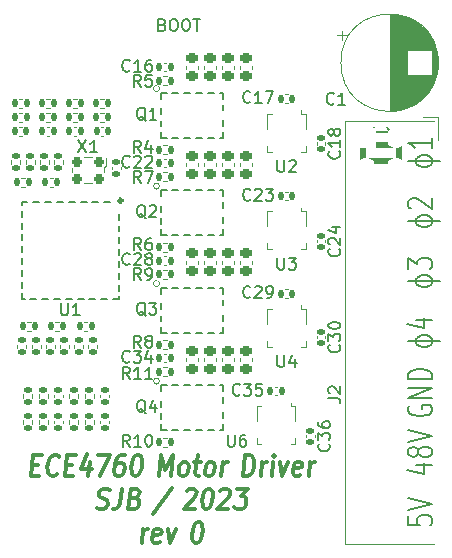
<source format=gto>
%TF.GenerationSoftware,KiCad,Pcbnew,(7.0.0)*%
%TF.CreationDate,2023-11-06T15:13:21-05:00*%
%TF.ProjectId,ECE4760 Motor Driver,45434534-3736-4302-904d-6f746f722044,rev?*%
%TF.SameCoordinates,Original*%
%TF.FileFunction,Legend,Top*%
%TF.FilePolarity,Positive*%
%FSLAX46Y46*%
G04 Gerber Fmt 4.6, Leading zero omitted, Abs format (unit mm)*
G04 Created by KiCad (PCBNEW (7.0.0)) date 2023-11-06 15:13:21*
%MOMM*%
%LPD*%
G01*
G04 APERTURE LIST*
G04 Aperture macros list*
%AMRoundRect*
0 Rectangle with rounded corners*
0 $1 Rounding radius*
0 $2 $3 $4 $5 $6 $7 $8 $9 X,Y pos of 4 corners*
0 Add a 4 corners polygon primitive as box body*
4,1,4,$2,$3,$4,$5,$6,$7,$8,$9,$2,$3,0*
0 Add four circle primitives for the rounded corners*
1,1,$1+$1,$2,$3*
1,1,$1+$1,$4,$5*
1,1,$1+$1,$6,$7*
1,1,$1+$1,$8,$9*
0 Add four rect primitives between the rounded corners*
20,1,$1+$1,$2,$3,$4,$5,0*
20,1,$1+$1,$4,$5,$6,$7,0*
20,1,$1+$1,$6,$7,$8,$9,0*
20,1,$1+$1,$8,$9,$2,$3,0*%
%AMRotRect*
0 Rectangle, with rotation*
0 The origin of the aperture is its center*
0 $1 length*
0 $2 width*
0 $3 Rotation angle, in degrees counterclockwise*
0 Add horizontal line*
21,1,$1,$2,0,0,$3*%
G04 Aperture macros list end*
%ADD10C,0.300000*%
%ADD11C,0.200000*%
%ADD12C,0.150000*%
%ADD13C,0.152400*%
%ADD14C,0.120000*%
%ADD15C,0.127000*%
%ADD16C,0.313500*%
%ADD17RoundRect,0.135000X0.185000X-0.135000X0.185000X0.135000X-0.185000X0.135000X-0.185000X-0.135000X0*%
%ADD18C,0.800000*%
%ADD19C,5.400000*%
%ADD20RoundRect,0.135000X-0.135000X-0.185000X0.135000X-0.185000X0.135000X0.185000X-0.135000X0.185000X0*%
%ADD21R,0.800000X1.070000*%
%ADD22RotRect,0.282800X0.282800X315.000000*%
%ADD23R,0.600000X0.200000*%
%ADD24R,0.850000X0.300000*%
%ADD25R,0.300000X0.800000*%
%ADD26R,0.300000X0.850000*%
%ADD27RoundRect,0.140000X0.140000X0.170000X-0.140000X0.170000X-0.140000X-0.170000X0.140000X-0.170000X0*%
%ADD28RoundRect,0.140000X0.170000X-0.140000X0.170000X0.140000X-0.170000X0.140000X-0.170000X-0.140000X0*%
%ADD29RoundRect,0.135000X-0.185000X0.135000X-0.185000X-0.135000X0.185000X-0.135000X0.185000X0.135000X0*%
%ADD30RoundRect,0.225000X0.250000X-0.225000X0.250000X0.225000X-0.250000X0.225000X-0.250000X-0.225000X0*%
%ADD31RoundRect,0.140000X-0.170000X0.140000X-0.170000X-0.140000X0.170000X-0.140000X0.170000X0.140000X0*%
%ADD32RoundRect,0.135000X0.135000X0.185000X-0.135000X0.185000X-0.135000X-0.185000X0.135000X-0.185000X0*%
%ADD33RoundRect,0.140000X-0.140000X-0.170000X0.140000X-0.170000X0.140000X0.170000X-0.140000X0.170000X0*%
%ADD34RoundRect,0.250000X-1.550000X0.650000X-1.550000X-0.650000X1.550000X-0.650000X1.550000X0.650000X0*%
%ADD35O,3.600000X1.800000*%
%ADD36RoundRect,0.200000X-0.250000X0.200000X-0.250000X-0.200000X0.250000X-0.200000X0.250000X0.200000X0*%
%ADD37R,1.600000X1.600000*%
%ADD38C,1.600000*%
%ADD39C,0.400000*%
%ADD40R,1.700000X1.700000*%
%ADD41O,1.700000X1.700000*%
G04 APERTURE END LIST*
D10*
X84780715Y-79138501D02*
X85280715Y-79138501D01*
X85380418Y-80055167D02*
X84666132Y-80055167D01*
X84666132Y-80055167D02*
X84884882Y-78305167D01*
X84884882Y-78305167D02*
X85599168Y-78305167D01*
X86901251Y-79888501D02*
X86819406Y-79971834D01*
X86819406Y-79971834D02*
X86594704Y-80055167D01*
X86594704Y-80055167D02*
X86451846Y-80055167D01*
X86451846Y-80055167D02*
X86247977Y-79971834D01*
X86247977Y-79971834D02*
X86125954Y-79805167D01*
X86125954Y-79805167D02*
X86075358Y-79638501D01*
X86075358Y-79638501D02*
X86045596Y-79305167D01*
X86045596Y-79305167D02*
X86076846Y-79055167D01*
X86076846Y-79055167D02*
X86189942Y-78721834D01*
X86189942Y-78721834D02*
X86282204Y-78555167D01*
X86282204Y-78555167D02*
X86445894Y-78388501D01*
X86445894Y-78388501D02*
X86670596Y-78305167D01*
X86670596Y-78305167D02*
X86813454Y-78305167D01*
X86813454Y-78305167D02*
X87017323Y-78388501D01*
X87017323Y-78388501D02*
X87078335Y-78471834D01*
X87637858Y-79138501D02*
X88137858Y-79138501D01*
X88237561Y-80055167D02*
X87523275Y-80055167D01*
X87523275Y-80055167D02*
X87742025Y-78305167D01*
X87742025Y-78305167D02*
X88456311Y-78305167D01*
X89669109Y-78888501D02*
X89523275Y-80055167D01*
X89395299Y-78221834D02*
X88881906Y-79471834D01*
X88881906Y-79471834D02*
X89810478Y-79471834D01*
X90384882Y-78305167D02*
X91384882Y-78305167D01*
X91384882Y-78305167D02*
X90523275Y-80055167D01*
X92599167Y-78305167D02*
X92313453Y-78305167D01*
X92313453Y-78305167D02*
X92160179Y-78388501D01*
X92160179Y-78388501D02*
X92078334Y-78471834D01*
X92078334Y-78471834D02*
X91904227Y-78721834D01*
X91904227Y-78721834D02*
X91791131Y-79055167D01*
X91791131Y-79055167D02*
X91707798Y-79721834D01*
X91707798Y-79721834D02*
X91758393Y-79888501D01*
X91758393Y-79888501D02*
X91819405Y-79971834D01*
X91819405Y-79971834D02*
X91951846Y-80055167D01*
X91951846Y-80055167D02*
X92237560Y-80055167D01*
X92237560Y-80055167D02*
X92390834Y-79971834D01*
X92390834Y-79971834D02*
X92472679Y-79888501D01*
X92472679Y-79888501D02*
X92564941Y-79721834D01*
X92564941Y-79721834D02*
X92617024Y-79305167D01*
X92617024Y-79305167D02*
X92566429Y-79138501D01*
X92566429Y-79138501D02*
X92505417Y-79055167D01*
X92505417Y-79055167D02*
X92372977Y-78971834D01*
X92372977Y-78971834D02*
X92087262Y-78971834D01*
X92087262Y-78971834D02*
X91933989Y-79055167D01*
X91933989Y-79055167D02*
X91852143Y-79138501D01*
X91852143Y-79138501D02*
X91759881Y-79305167D01*
X93670595Y-78305167D02*
X93813452Y-78305167D01*
X93813452Y-78305167D02*
X93945893Y-78388501D01*
X93945893Y-78388501D02*
X94006905Y-78471834D01*
X94006905Y-78471834D02*
X94057500Y-78638501D01*
X94057500Y-78638501D02*
X94087262Y-78971834D01*
X94087262Y-78971834D02*
X94035179Y-79388501D01*
X94035179Y-79388501D02*
X93922083Y-79721834D01*
X93922083Y-79721834D02*
X93829822Y-79888501D01*
X93829822Y-79888501D02*
X93747976Y-79971834D01*
X93747976Y-79971834D02*
X93594702Y-80055167D01*
X93594702Y-80055167D02*
X93451845Y-80055167D01*
X93451845Y-80055167D02*
X93319405Y-79971834D01*
X93319405Y-79971834D02*
X93258393Y-79888501D01*
X93258393Y-79888501D02*
X93207798Y-79721834D01*
X93207798Y-79721834D02*
X93178036Y-79388501D01*
X93178036Y-79388501D02*
X93230119Y-78971834D01*
X93230119Y-78971834D02*
X93343214Y-78638501D01*
X93343214Y-78638501D02*
X93435476Y-78471834D01*
X93435476Y-78471834D02*
X93517322Y-78388501D01*
X93517322Y-78388501D02*
X93670595Y-78305167D01*
X95494702Y-80055167D02*
X95713452Y-78305167D01*
X95713452Y-78305167D02*
X96057202Y-79555167D01*
X96057202Y-79555167D02*
X96713452Y-78305167D01*
X96713452Y-78305167D02*
X96494702Y-80055167D01*
X97423274Y-80055167D02*
X97290833Y-79971834D01*
X97290833Y-79971834D02*
X97229821Y-79888501D01*
X97229821Y-79888501D02*
X97179226Y-79721834D01*
X97179226Y-79721834D02*
X97241726Y-79221834D01*
X97241726Y-79221834D02*
X97333988Y-79055167D01*
X97333988Y-79055167D02*
X97415833Y-78971834D01*
X97415833Y-78971834D02*
X97569107Y-78888501D01*
X97569107Y-78888501D02*
X97783393Y-78888501D01*
X97783393Y-78888501D02*
X97915833Y-78971834D01*
X97915833Y-78971834D02*
X97976845Y-79055167D01*
X97976845Y-79055167D02*
X98027440Y-79221834D01*
X98027440Y-79221834D02*
X97964940Y-79721834D01*
X97964940Y-79721834D02*
X97872679Y-79888501D01*
X97872679Y-79888501D02*
X97790833Y-79971834D01*
X97790833Y-79971834D02*
X97637559Y-80055167D01*
X97637559Y-80055167D02*
X97423274Y-80055167D01*
X98497679Y-78888501D02*
X99069107Y-78888501D01*
X98784881Y-78305167D02*
X98597381Y-79805167D01*
X98597381Y-79805167D02*
X98647976Y-79971834D01*
X98647976Y-79971834D02*
X98780417Y-80055167D01*
X98780417Y-80055167D02*
X98923274Y-80055167D01*
X99637560Y-80055167D02*
X99505119Y-79971834D01*
X99505119Y-79971834D02*
X99444107Y-79888501D01*
X99444107Y-79888501D02*
X99393512Y-79721834D01*
X99393512Y-79721834D02*
X99456012Y-79221834D01*
X99456012Y-79221834D02*
X99548274Y-79055167D01*
X99548274Y-79055167D02*
X99630119Y-78971834D01*
X99630119Y-78971834D02*
X99783393Y-78888501D01*
X99783393Y-78888501D02*
X99997679Y-78888501D01*
X99997679Y-78888501D02*
X100130119Y-78971834D01*
X100130119Y-78971834D02*
X100191131Y-79055167D01*
X100191131Y-79055167D02*
X100241726Y-79221834D01*
X100241726Y-79221834D02*
X100179226Y-79721834D01*
X100179226Y-79721834D02*
X100086965Y-79888501D01*
X100086965Y-79888501D02*
X100005119Y-79971834D01*
X100005119Y-79971834D02*
X99851845Y-80055167D01*
X99851845Y-80055167D02*
X99637560Y-80055167D01*
X100780417Y-80055167D02*
X100926250Y-78888501D01*
X100884584Y-79221834D02*
X100976846Y-79055167D01*
X100976846Y-79055167D02*
X101058691Y-78971834D01*
X101058691Y-78971834D02*
X101211965Y-78888501D01*
X101211965Y-78888501D02*
X101354822Y-78888501D01*
X102608988Y-80055167D02*
X102827738Y-78305167D01*
X102827738Y-78305167D02*
X103184881Y-78305167D01*
X103184881Y-78305167D02*
X103388750Y-78388501D01*
X103388750Y-78388501D02*
X103510774Y-78555167D01*
X103510774Y-78555167D02*
X103561369Y-78721834D01*
X103561369Y-78721834D02*
X103591131Y-79055167D01*
X103591131Y-79055167D02*
X103559881Y-79305167D01*
X103559881Y-79305167D02*
X103446786Y-79638501D01*
X103446786Y-79638501D02*
X103354524Y-79805167D01*
X103354524Y-79805167D02*
X103190833Y-79971834D01*
X103190833Y-79971834D02*
X102966131Y-80055167D01*
X102966131Y-80055167D02*
X102608988Y-80055167D01*
X104108988Y-80055167D02*
X104254821Y-78888501D01*
X104213155Y-79221834D02*
X104305417Y-79055167D01*
X104305417Y-79055167D02*
X104387262Y-78971834D01*
X104387262Y-78971834D02*
X104540536Y-78888501D01*
X104540536Y-78888501D02*
X104683393Y-78888501D01*
X105037559Y-80055167D02*
X105183392Y-78888501D01*
X105256309Y-78305167D02*
X105174464Y-78388501D01*
X105174464Y-78388501D02*
X105235476Y-78471834D01*
X105235476Y-78471834D02*
X105317321Y-78388501D01*
X105317321Y-78388501D02*
X105256309Y-78305167D01*
X105256309Y-78305167D02*
X105235476Y-78471834D01*
X105754821Y-78888501D02*
X105966131Y-80055167D01*
X105966131Y-80055167D02*
X106469107Y-78888501D01*
X107476547Y-79971834D02*
X107323273Y-80055167D01*
X107323273Y-80055167D02*
X107037559Y-80055167D01*
X107037559Y-80055167D02*
X106905119Y-79971834D01*
X106905119Y-79971834D02*
X106854523Y-79805167D01*
X106854523Y-79805167D02*
X106937857Y-79138501D01*
X106937857Y-79138501D02*
X107030119Y-78971834D01*
X107030119Y-78971834D02*
X107183393Y-78888501D01*
X107183393Y-78888501D02*
X107469107Y-78888501D01*
X107469107Y-78888501D02*
X107601547Y-78971834D01*
X107601547Y-78971834D02*
X107652143Y-79138501D01*
X107652143Y-79138501D02*
X107631309Y-79305167D01*
X107631309Y-79305167D02*
X106896190Y-79471834D01*
X108180416Y-80055167D02*
X108326249Y-78888501D01*
X108284583Y-79221834D02*
X108376845Y-79055167D01*
X108376845Y-79055167D02*
X108458690Y-78971834D01*
X108458690Y-78971834D02*
X108611964Y-78888501D01*
X108611964Y-78888501D02*
X108754821Y-78888501D01*
X90268810Y-82806834D02*
X90472679Y-82890167D01*
X90472679Y-82890167D02*
X90829822Y-82890167D01*
X90829822Y-82890167D02*
X90983096Y-82806834D01*
X90983096Y-82806834D02*
X91064941Y-82723501D01*
X91064941Y-82723501D02*
X91157203Y-82556834D01*
X91157203Y-82556834D02*
X91178036Y-82390167D01*
X91178036Y-82390167D02*
X91127441Y-82223501D01*
X91127441Y-82223501D02*
X91066429Y-82140167D01*
X91066429Y-82140167D02*
X90933989Y-82056834D01*
X90933989Y-82056834D02*
X90658691Y-81973501D01*
X90658691Y-81973501D02*
X90526251Y-81890167D01*
X90526251Y-81890167D02*
X90465239Y-81806834D01*
X90465239Y-81806834D02*
X90414643Y-81640167D01*
X90414643Y-81640167D02*
X90435477Y-81473501D01*
X90435477Y-81473501D02*
X90527739Y-81306834D01*
X90527739Y-81306834D02*
X90609584Y-81223501D01*
X90609584Y-81223501D02*
X90762858Y-81140167D01*
X90762858Y-81140167D02*
X91120001Y-81140167D01*
X91120001Y-81140167D02*
X91323870Y-81223501D01*
X92405714Y-81140167D02*
X92249464Y-82390167D01*
X92249464Y-82390167D02*
X92146786Y-82640167D01*
X92146786Y-82640167D02*
X91983095Y-82806834D01*
X91983095Y-82806834D02*
X91758393Y-82890167D01*
X91758393Y-82890167D02*
X91615536Y-82890167D01*
X93515833Y-81973501D02*
X93719702Y-82056834D01*
X93719702Y-82056834D02*
X93780714Y-82140167D01*
X93780714Y-82140167D02*
X93831310Y-82306834D01*
X93831310Y-82306834D02*
X93800060Y-82556834D01*
X93800060Y-82556834D02*
X93707798Y-82723501D01*
X93707798Y-82723501D02*
X93625952Y-82806834D01*
X93625952Y-82806834D02*
X93472679Y-82890167D01*
X93472679Y-82890167D02*
X92901250Y-82890167D01*
X92901250Y-82890167D02*
X93120000Y-81140167D01*
X93120000Y-81140167D02*
X93620000Y-81140167D01*
X93620000Y-81140167D02*
X93752441Y-81223501D01*
X93752441Y-81223501D02*
X93813452Y-81306834D01*
X93813452Y-81306834D02*
X93864048Y-81473501D01*
X93864048Y-81473501D02*
X93843214Y-81640167D01*
X93843214Y-81640167D02*
X93750952Y-81806834D01*
X93750952Y-81806834D02*
X93669107Y-81890167D01*
X93669107Y-81890167D02*
X93515833Y-81973501D01*
X93515833Y-81973501D02*
X93015833Y-81973501D01*
X96601845Y-81056834D02*
X95034881Y-83306834D01*
X97857500Y-81306834D02*
X97939345Y-81223501D01*
X97939345Y-81223501D02*
X98092619Y-81140167D01*
X98092619Y-81140167D02*
X98449762Y-81140167D01*
X98449762Y-81140167D02*
X98582203Y-81223501D01*
X98582203Y-81223501D02*
X98643214Y-81306834D01*
X98643214Y-81306834D02*
X98693810Y-81473501D01*
X98693810Y-81473501D02*
X98672976Y-81640167D01*
X98672976Y-81640167D02*
X98570298Y-81890167D01*
X98570298Y-81890167D02*
X97588155Y-82890167D01*
X97588155Y-82890167D02*
X98516726Y-82890167D01*
X99664047Y-81140167D02*
X99806904Y-81140167D01*
X99806904Y-81140167D02*
X99939345Y-81223501D01*
X99939345Y-81223501D02*
X100000357Y-81306834D01*
X100000357Y-81306834D02*
X100050952Y-81473501D01*
X100050952Y-81473501D02*
X100080714Y-81806834D01*
X100080714Y-81806834D02*
X100028631Y-82223501D01*
X100028631Y-82223501D02*
X99915535Y-82556834D01*
X99915535Y-82556834D02*
X99823274Y-82723501D01*
X99823274Y-82723501D02*
X99741428Y-82806834D01*
X99741428Y-82806834D02*
X99588154Y-82890167D01*
X99588154Y-82890167D02*
X99445297Y-82890167D01*
X99445297Y-82890167D02*
X99312857Y-82806834D01*
X99312857Y-82806834D02*
X99251845Y-82723501D01*
X99251845Y-82723501D02*
X99201250Y-82556834D01*
X99201250Y-82556834D02*
X99171488Y-82223501D01*
X99171488Y-82223501D02*
X99223571Y-81806834D01*
X99223571Y-81806834D02*
X99336666Y-81473501D01*
X99336666Y-81473501D02*
X99428928Y-81306834D01*
X99428928Y-81306834D02*
X99510774Y-81223501D01*
X99510774Y-81223501D02*
X99664047Y-81140167D01*
X100714642Y-81306834D02*
X100796487Y-81223501D01*
X100796487Y-81223501D02*
X100949761Y-81140167D01*
X100949761Y-81140167D02*
X101306904Y-81140167D01*
X101306904Y-81140167D02*
X101439345Y-81223501D01*
X101439345Y-81223501D02*
X101500356Y-81306834D01*
X101500356Y-81306834D02*
X101550952Y-81473501D01*
X101550952Y-81473501D02*
X101530118Y-81640167D01*
X101530118Y-81640167D02*
X101427440Y-81890167D01*
X101427440Y-81890167D02*
X100445297Y-82890167D01*
X100445297Y-82890167D02*
X101373868Y-82890167D01*
X102092618Y-81140167D02*
X103021189Y-81140167D01*
X103021189Y-81140167D02*
X102437856Y-81806834D01*
X102437856Y-81806834D02*
X102652142Y-81806834D01*
X102652142Y-81806834D02*
X102784582Y-81890167D01*
X102784582Y-81890167D02*
X102845594Y-81973501D01*
X102845594Y-81973501D02*
X102896189Y-82140167D01*
X102896189Y-82140167D02*
X102844106Y-82556834D01*
X102844106Y-82556834D02*
X102751844Y-82723501D01*
X102751844Y-82723501D02*
X102669999Y-82806834D01*
X102669999Y-82806834D02*
X102516725Y-82890167D01*
X102516725Y-82890167D02*
X102088154Y-82890167D01*
X102088154Y-82890167D02*
X101955713Y-82806834D01*
X101955713Y-82806834D02*
X101894701Y-82723501D01*
X94044703Y-85725167D02*
X94190536Y-84558501D01*
X94148870Y-84891834D02*
X94241132Y-84725167D01*
X94241132Y-84725167D02*
X94322977Y-84641834D01*
X94322977Y-84641834D02*
X94476251Y-84558501D01*
X94476251Y-84558501D02*
X94619108Y-84558501D01*
X95555119Y-85641834D02*
X95401845Y-85725167D01*
X95401845Y-85725167D02*
X95116131Y-85725167D01*
X95116131Y-85725167D02*
X94983691Y-85641834D01*
X94983691Y-85641834D02*
X94933095Y-85475167D01*
X94933095Y-85475167D02*
X95016429Y-84808501D01*
X95016429Y-84808501D02*
X95108691Y-84641834D01*
X95108691Y-84641834D02*
X95261965Y-84558501D01*
X95261965Y-84558501D02*
X95547679Y-84558501D01*
X95547679Y-84558501D02*
X95680119Y-84641834D01*
X95680119Y-84641834D02*
X95730715Y-84808501D01*
X95730715Y-84808501D02*
X95709881Y-84975167D01*
X95709881Y-84975167D02*
X94974762Y-85141834D01*
X96261964Y-84558501D02*
X96473274Y-85725167D01*
X96473274Y-85725167D02*
X96976250Y-84558501D01*
X98806309Y-83975167D02*
X98949166Y-83975167D01*
X98949166Y-83975167D02*
X99081607Y-84058501D01*
X99081607Y-84058501D02*
X99142619Y-84141834D01*
X99142619Y-84141834D02*
X99193214Y-84308501D01*
X99193214Y-84308501D02*
X99222976Y-84641834D01*
X99222976Y-84641834D02*
X99170893Y-85058501D01*
X99170893Y-85058501D02*
X99057797Y-85391834D01*
X99057797Y-85391834D02*
X98965536Y-85558501D01*
X98965536Y-85558501D02*
X98883690Y-85641834D01*
X98883690Y-85641834D02*
X98730416Y-85725167D01*
X98730416Y-85725167D02*
X98587559Y-85725167D01*
X98587559Y-85725167D02*
X98455119Y-85641834D01*
X98455119Y-85641834D02*
X98394107Y-85558501D01*
X98394107Y-85558501D02*
X98343512Y-85391834D01*
X98343512Y-85391834D02*
X98313750Y-85058501D01*
X98313750Y-85058501D02*
X98365833Y-84641834D01*
X98365833Y-84641834D02*
X98478928Y-84308501D01*
X98478928Y-84308501D02*
X98571190Y-84141834D01*
X98571190Y-84141834D02*
X98653036Y-84058501D01*
X98653036Y-84058501D02*
X98806309Y-83975167D01*
D11*
X116617761Y-53419285D02*
X119284428Y-53419285D01*
X117284428Y-53562142D02*
X117284428Y-53276428D01*
X117284428Y-53276428D02*
X117379666Y-53133571D01*
X117379666Y-53133571D02*
X117570142Y-52990714D01*
X117570142Y-52990714D02*
X117760619Y-52919285D01*
X117760619Y-52919285D02*
X118141571Y-52919285D01*
X118141571Y-52919285D02*
X118332047Y-52990714D01*
X118332047Y-52990714D02*
X118522523Y-53133571D01*
X118522523Y-53133571D02*
X118617761Y-53276428D01*
X118617761Y-53276428D02*
X118617761Y-53562142D01*
X118617761Y-53562142D02*
X118522523Y-53705000D01*
X118522523Y-53705000D02*
X118332047Y-53847857D01*
X118332047Y-53847857D02*
X118141571Y-53919285D01*
X118141571Y-53919285D02*
X117760619Y-53919285D01*
X117760619Y-53919285D02*
X117570142Y-53847857D01*
X117570142Y-53847857D02*
X117379666Y-53705000D01*
X117379666Y-53705000D02*
X117284428Y-53562142D01*
X118617761Y-51490713D02*
X118617761Y-52347856D01*
X118617761Y-51919285D02*
X116617761Y-51919285D01*
X116617761Y-51919285D02*
X116903476Y-52062142D01*
X116903476Y-52062142D02*
X117093952Y-52204999D01*
X117093952Y-52204999D02*
X117189190Y-52347856D01*
X116617761Y-83470713D02*
X116617761Y-84184999D01*
X116617761Y-84184999D02*
X117570142Y-84256427D01*
X117570142Y-84256427D02*
X117474904Y-84184999D01*
X117474904Y-84184999D02*
X117379666Y-84042142D01*
X117379666Y-84042142D02*
X117379666Y-83684999D01*
X117379666Y-83684999D02*
X117474904Y-83542142D01*
X117474904Y-83542142D02*
X117570142Y-83470713D01*
X117570142Y-83470713D02*
X117760619Y-83399284D01*
X117760619Y-83399284D02*
X118236809Y-83399284D01*
X118236809Y-83399284D02*
X118427285Y-83470713D01*
X118427285Y-83470713D02*
X118522523Y-83542142D01*
X118522523Y-83542142D02*
X118617761Y-83684999D01*
X118617761Y-83684999D02*
X118617761Y-84042142D01*
X118617761Y-84042142D02*
X118522523Y-84184999D01*
X118522523Y-84184999D02*
X118427285Y-84256427D01*
X116617761Y-82970713D02*
X118617761Y-82470713D01*
X118617761Y-82470713D02*
X116617761Y-81970713D01*
X117284428Y-79176428D02*
X118617761Y-79176428D01*
X116522523Y-79533570D02*
X117951095Y-79890713D01*
X117951095Y-79890713D02*
X117951095Y-78962142D01*
X117474904Y-78176428D02*
X117379666Y-78319285D01*
X117379666Y-78319285D02*
X117284428Y-78390714D01*
X117284428Y-78390714D02*
X117093952Y-78462142D01*
X117093952Y-78462142D02*
X116998714Y-78462142D01*
X116998714Y-78462142D02*
X116808238Y-78390714D01*
X116808238Y-78390714D02*
X116713000Y-78319285D01*
X116713000Y-78319285D02*
X116617761Y-78176428D01*
X116617761Y-78176428D02*
X116617761Y-77890714D01*
X116617761Y-77890714D02*
X116713000Y-77747857D01*
X116713000Y-77747857D02*
X116808238Y-77676428D01*
X116808238Y-77676428D02*
X116998714Y-77604999D01*
X116998714Y-77604999D02*
X117093952Y-77604999D01*
X117093952Y-77604999D02*
X117284428Y-77676428D01*
X117284428Y-77676428D02*
X117379666Y-77747857D01*
X117379666Y-77747857D02*
X117474904Y-77890714D01*
X117474904Y-77890714D02*
X117474904Y-78176428D01*
X117474904Y-78176428D02*
X117570142Y-78319285D01*
X117570142Y-78319285D02*
X117665380Y-78390714D01*
X117665380Y-78390714D02*
X117855857Y-78462142D01*
X117855857Y-78462142D02*
X118236809Y-78462142D01*
X118236809Y-78462142D02*
X118427285Y-78390714D01*
X118427285Y-78390714D02*
X118522523Y-78319285D01*
X118522523Y-78319285D02*
X118617761Y-78176428D01*
X118617761Y-78176428D02*
X118617761Y-77890714D01*
X118617761Y-77890714D02*
X118522523Y-77747857D01*
X118522523Y-77747857D02*
X118427285Y-77676428D01*
X118427285Y-77676428D02*
X118236809Y-77604999D01*
X118236809Y-77604999D02*
X117855857Y-77604999D01*
X117855857Y-77604999D02*
X117665380Y-77676428D01*
X117665380Y-77676428D02*
X117570142Y-77747857D01*
X117570142Y-77747857D02*
X117474904Y-77890714D01*
X116617761Y-77176428D02*
X118617761Y-76676428D01*
X118617761Y-76676428D02*
X116617761Y-76176428D01*
X116617761Y-68659285D02*
X119284428Y-68659285D01*
X117284428Y-68802142D02*
X117284428Y-68516428D01*
X117284428Y-68516428D02*
X117379666Y-68373571D01*
X117379666Y-68373571D02*
X117570142Y-68230714D01*
X117570142Y-68230714D02*
X117760619Y-68159285D01*
X117760619Y-68159285D02*
X118141571Y-68159285D01*
X118141571Y-68159285D02*
X118332047Y-68230714D01*
X118332047Y-68230714D02*
X118522523Y-68373571D01*
X118522523Y-68373571D02*
X118617761Y-68516428D01*
X118617761Y-68516428D02*
X118617761Y-68802142D01*
X118617761Y-68802142D02*
X118522523Y-68945000D01*
X118522523Y-68945000D02*
X118332047Y-69087857D01*
X118332047Y-69087857D02*
X118141571Y-69159285D01*
X118141571Y-69159285D02*
X117760619Y-69159285D01*
X117760619Y-69159285D02*
X117570142Y-69087857D01*
X117570142Y-69087857D02*
X117379666Y-68945000D01*
X117379666Y-68945000D02*
X117284428Y-68802142D01*
X117284428Y-66873571D02*
X118617761Y-66873571D01*
X116522523Y-67230713D02*
X117951095Y-67587856D01*
X117951095Y-67587856D02*
X117951095Y-66659285D01*
X116617761Y-63579285D02*
X119284428Y-63579285D01*
X117284428Y-63722142D02*
X117284428Y-63436428D01*
X117284428Y-63436428D02*
X117379666Y-63293571D01*
X117379666Y-63293571D02*
X117570142Y-63150714D01*
X117570142Y-63150714D02*
X117760619Y-63079285D01*
X117760619Y-63079285D02*
X118141571Y-63079285D01*
X118141571Y-63079285D02*
X118332047Y-63150714D01*
X118332047Y-63150714D02*
X118522523Y-63293571D01*
X118522523Y-63293571D02*
X118617761Y-63436428D01*
X118617761Y-63436428D02*
X118617761Y-63722142D01*
X118617761Y-63722142D02*
X118522523Y-63865000D01*
X118522523Y-63865000D02*
X118332047Y-64007857D01*
X118332047Y-64007857D02*
X118141571Y-64079285D01*
X118141571Y-64079285D02*
X117760619Y-64079285D01*
X117760619Y-64079285D02*
X117570142Y-64007857D01*
X117570142Y-64007857D02*
X117379666Y-63865000D01*
X117379666Y-63865000D02*
X117284428Y-63722142D01*
X116617761Y-62579285D02*
X116617761Y-61650713D01*
X116617761Y-61650713D02*
X117379666Y-62150713D01*
X117379666Y-62150713D02*
X117379666Y-61936428D01*
X117379666Y-61936428D02*
X117474904Y-61793571D01*
X117474904Y-61793571D02*
X117570142Y-61722142D01*
X117570142Y-61722142D02*
X117760619Y-61650713D01*
X117760619Y-61650713D02*
X118236809Y-61650713D01*
X118236809Y-61650713D02*
X118427285Y-61722142D01*
X118427285Y-61722142D02*
X118522523Y-61793571D01*
X118522523Y-61793571D02*
X118617761Y-61936428D01*
X118617761Y-61936428D02*
X118617761Y-62364999D01*
X118617761Y-62364999D02*
X118522523Y-62507856D01*
X118522523Y-62507856D02*
X118427285Y-62579285D01*
X116713000Y-74167856D02*
X116617761Y-74310714D01*
X116617761Y-74310714D02*
X116617761Y-74524999D01*
X116617761Y-74524999D02*
X116713000Y-74739285D01*
X116713000Y-74739285D02*
X116903476Y-74882142D01*
X116903476Y-74882142D02*
X117093952Y-74953571D01*
X117093952Y-74953571D02*
X117474904Y-75024999D01*
X117474904Y-75024999D02*
X117760619Y-75024999D01*
X117760619Y-75024999D02*
X118141571Y-74953571D01*
X118141571Y-74953571D02*
X118332047Y-74882142D01*
X118332047Y-74882142D02*
X118522523Y-74739285D01*
X118522523Y-74739285D02*
X118617761Y-74524999D01*
X118617761Y-74524999D02*
X118617761Y-74382142D01*
X118617761Y-74382142D02*
X118522523Y-74167856D01*
X118522523Y-74167856D02*
X118427285Y-74096428D01*
X118427285Y-74096428D02*
X117760619Y-74096428D01*
X117760619Y-74096428D02*
X117760619Y-74382142D01*
X118617761Y-73453571D02*
X116617761Y-73453571D01*
X116617761Y-73453571D02*
X118617761Y-72596428D01*
X118617761Y-72596428D02*
X116617761Y-72596428D01*
X118617761Y-71882142D02*
X116617761Y-71882142D01*
X116617761Y-71882142D02*
X116617761Y-71524999D01*
X116617761Y-71524999D02*
X116713000Y-71310713D01*
X116713000Y-71310713D02*
X116903476Y-71167856D01*
X116903476Y-71167856D02*
X117093952Y-71096427D01*
X117093952Y-71096427D02*
X117474904Y-71024999D01*
X117474904Y-71024999D02*
X117760619Y-71024999D01*
X117760619Y-71024999D02*
X118141571Y-71096427D01*
X118141571Y-71096427D02*
X118332047Y-71167856D01*
X118332047Y-71167856D02*
X118522523Y-71310713D01*
X118522523Y-71310713D02*
X118617761Y-71524999D01*
X118617761Y-71524999D02*
X118617761Y-71882142D01*
D12*
X95797857Y-41880571D02*
X95940714Y-41928190D01*
X95940714Y-41928190D02*
X95988333Y-41975809D01*
X95988333Y-41975809D02*
X96035952Y-42071047D01*
X96035952Y-42071047D02*
X96035952Y-42213904D01*
X96035952Y-42213904D02*
X95988333Y-42309142D01*
X95988333Y-42309142D02*
X95940714Y-42356761D01*
X95940714Y-42356761D02*
X95845476Y-42404380D01*
X95845476Y-42404380D02*
X95464524Y-42404380D01*
X95464524Y-42404380D02*
X95464524Y-41404380D01*
X95464524Y-41404380D02*
X95797857Y-41404380D01*
X95797857Y-41404380D02*
X95893095Y-41452000D01*
X95893095Y-41452000D02*
X95940714Y-41499619D01*
X95940714Y-41499619D02*
X95988333Y-41594857D01*
X95988333Y-41594857D02*
X95988333Y-41690095D01*
X95988333Y-41690095D02*
X95940714Y-41785333D01*
X95940714Y-41785333D02*
X95893095Y-41832952D01*
X95893095Y-41832952D02*
X95797857Y-41880571D01*
X95797857Y-41880571D02*
X95464524Y-41880571D01*
X96655000Y-41404380D02*
X96845476Y-41404380D01*
X96845476Y-41404380D02*
X96940714Y-41452000D01*
X96940714Y-41452000D02*
X97035952Y-41547238D01*
X97035952Y-41547238D02*
X97083571Y-41737714D01*
X97083571Y-41737714D02*
X97083571Y-42071047D01*
X97083571Y-42071047D02*
X97035952Y-42261523D01*
X97035952Y-42261523D02*
X96940714Y-42356761D01*
X96940714Y-42356761D02*
X96845476Y-42404380D01*
X96845476Y-42404380D02*
X96655000Y-42404380D01*
X96655000Y-42404380D02*
X96559762Y-42356761D01*
X96559762Y-42356761D02*
X96464524Y-42261523D01*
X96464524Y-42261523D02*
X96416905Y-42071047D01*
X96416905Y-42071047D02*
X96416905Y-41737714D01*
X96416905Y-41737714D02*
X96464524Y-41547238D01*
X96464524Y-41547238D02*
X96559762Y-41452000D01*
X96559762Y-41452000D02*
X96655000Y-41404380D01*
X97702619Y-41404380D02*
X97893095Y-41404380D01*
X97893095Y-41404380D02*
X97988333Y-41452000D01*
X97988333Y-41452000D02*
X98083571Y-41547238D01*
X98083571Y-41547238D02*
X98131190Y-41737714D01*
X98131190Y-41737714D02*
X98131190Y-42071047D01*
X98131190Y-42071047D02*
X98083571Y-42261523D01*
X98083571Y-42261523D02*
X97988333Y-42356761D01*
X97988333Y-42356761D02*
X97893095Y-42404380D01*
X97893095Y-42404380D02*
X97702619Y-42404380D01*
X97702619Y-42404380D02*
X97607381Y-42356761D01*
X97607381Y-42356761D02*
X97512143Y-42261523D01*
X97512143Y-42261523D02*
X97464524Y-42071047D01*
X97464524Y-42071047D02*
X97464524Y-41737714D01*
X97464524Y-41737714D02*
X97512143Y-41547238D01*
X97512143Y-41547238D02*
X97607381Y-41452000D01*
X97607381Y-41452000D02*
X97702619Y-41404380D01*
X98416905Y-41404380D02*
X98988333Y-41404380D01*
X98702619Y-42404380D02*
X98702619Y-41404380D01*
D11*
X116617761Y-58499285D02*
X119284428Y-58499285D01*
X117284428Y-58642142D02*
X117284428Y-58356428D01*
X117284428Y-58356428D02*
X117379666Y-58213571D01*
X117379666Y-58213571D02*
X117570142Y-58070714D01*
X117570142Y-58070714D02*
X117760619Y-57999285D01*
X117760619Y-57999285D02*
X118141571Y-57999285D01*
X118141571Y-57999285D02*
X118332047Y-58070714D01*
X118332047Y-58070714D02*
X118522523Y-58213571D01*
X118522523Y-58213571D02*
X118617761Y-58356428D01*
X118617761Y-58356428D02*
X118617761Y-58642142D01*
X118617761Y-58642142D02*
X118522523Y-58785000D01*
X118522523Y-58785000D02*
X118332047Y-58927857D01*
X118332047Y-58927857D02*
X118141571Y-58999285D01*
X118141571Y-58999285D02*
X117760619Y-58999285D01*
X117760619Y-58999285D02*
X117570142Y-58927857D01*
X117570142Y-58927857D02*
X117379666Y-58785000D01*
X117379666Y-58785000D02*
X117284428Y-58642142D01*
X116808238Y-57427856D02*
X116713000Y-57356428D01*
X116713000Y-57356428D02*
X116617761Y-57213571D01*
X116617761Y-57213571D02*
X116617761Y-56856428D01*
X116617761Y-56856428D02*
X116713000Y-56713571D01*
X116713000Y-56713571D02*
X116808238Y-56642142D01*
X116808238Y-56642142D02*
X116998714Y-56570713D01*
X116998714Y-56570713D02*
X117189190Y-56570713D01*
X117189190Y-56570713D02*
X117474904Y-56642142D01*
X117474904Y-56642142D02*
X118617761Y-57499285D01*
X118617761Y-57499285D02*
X118617761Y-56570713D01*
D12*
%TO.C,U2*%
X105537095Y-53342380D02*
X105537095Y-54151904D01*
X105537095Y-54151904D02*
X105584714Y-54247142D01*
X105584714Y-54247142D02*
X105632333Y-54294761D01*
X105632333Y-54294761D02*
X105727571Y-54342380D01*
X105727571Y-54342380D02*
X105918047Y-54342380D01*
X105918047Y-54342380D02*
X106013285Y-54294761D01*
X106013285Y-54294761D02*
X106060904Y-54247142D01*
X106060904Y-54247142D02*
X106108523Y-54151904D01*
X106108523Y-54151904D02*
X106108523Y-53342380D01*
X106537095Y-53437619D02*
X106584714Y-53390000D01*
X106584714Y-53390000D02*
X106679952Y-53342380D01*
X106679952Y-53342380D02*
X106918047Y-53342380D01*
X106918047Y-53342380D02*
X107013285Y-53390000D01*
X107013285Y-53390000D02*
X107060904Y-53437619D01*
X107060904Y-53437619D02*
X107108523Y-53532857D01*
X107108523Y-53532857D02*
X107108523Y-53628095D01*
X107108523Y-53628095D02*
X107060904Y-53770952D01*
X107060904Y-53770952D02*
X106489476Y-54342380D01*
X106489476Y-54342380D02*
X107108523Y-54342380D01*
%TO.C,C28*%
X93027761Y-62117142D02*
X92980142Y-62164761D01*
X92980142Y-62164761D02*
X92837285Y-62212380D01*
X92837285Y-62212380D02*
X92742047Y-62212380D01*
X92742047Y-62212380D02*
X92599190Y-62164761D01*
X92599190Y-62164761D02*
X92503952Y-62069523D01*
X92503952Y-62069523D02*
X92456333Y-61974285D01*
X92456333Y-61974285D02*
X92408714Y-61783809D01*
X92408714Y-61783809D02*
X92408714Y-61640952D01*
X92408714Y-61640952D02*
X92456333Y-61450476D01*
X92456333Y-61450476D02*
X92503952Y-61355238D01*
X92503952Y-61355238D02*
X92599190Y-61260000D01*
X92599190Y-61260000D02*
X92742047Y-61212380D01*
X92742047Y-61212380D02*
X92837285Y-61212380D01*
X92837285Y-61212380D02*
X92980142Y-61260000D01*
X92980142Y-61260000D02*
X93027761Y-61307619D01*
X93408714Y-61307619D02*
X93456333Y-61260000D01*
X93456333Y-61260000D02*
X93551571Y-61212380D01*
X93551571Y-61212380D02*
X93789666Y-61212380D01*
X93789666Y-61212380D02*
X93884904Y-61260000D01*
X93884904Y-61260000D02*
X93932523Y-61307619D01*
X93932523Y-61307619D02*
X93980142Y-61402857D01*
X93980142Y-61402857D02*
X93980142Y-61498095D01*
X93980142Y-61498095D02*
X93932523Y-61640952D01*
X93932523Y-61640952D02*
X93361095Y-62212380D01*
X93361095Y-62212380D02*
X93980142Y-62212380D01*
X94551571Y-61640952D02*
X94456333Y-61593333D01*
X94456333Y-61593333D02*
X94408714Y-61545714D01*
X94408714Y-61545714D02*
X94361095Y-61450476D01*
X94361095Y-61450476D02*
X94361095Y-61402857D01*
X94361095Y-61402857D02*
X94408714Y-61307619D01*
X94408714Y-61307619D02*
X94456333Y-61260000D01*
X94456333Y-61260000D02*
X94551571Y-61212380D01*
X94551571Y-61212380D02*
X94742047Y-61212380D01*
X94742047Y-61212380D02*
X94837285Y-61260000D01*
X94837285Y-61260000D02*
X94884904Y-61307619D01*
X94884904Y-61307619D02*
X94932523Y-61402857D01*
X94932523Y-61402857D02*
X94932523Y-61450476D01*
X94932523Y-61450476D02*
X94884904Y-61545714D01*
X94884904Y-61545714D02*
X94837285Y-61593333D01*
X94837285Y-61593333D02*
X94742047Y-61640952D01*
X94742047Y-61640952D02*
X94551571Y-61640952D01*
X94551571Y-61640952D02*
X94456333Y-61688571D01*
X94456333Y-61688571D02*
X94408714Y-61736190D01*
X94408714Y-61736190D02*
X94361095Y-61831428D01*
X94361095Y-61831428D02*
X94361095Y-62021904D01*
X94361095Y-62021904D02*
X94408714Y-62117142D01*
X94408714Y-62117142D02*
X94456333Y-62164761D01*
X94456333Y-62164761D02*
X94551571Y-62212380D01*
X94551571Y-62212380D02*
X94742047Y-62212380D01*
X94742047Y-62212380D02*
X94837285Y-62164761D01*
X94837285Y-62164761D02*
X94884904Y-62117142D01*
X94884904Y-62117142D02*
X94932523Y-62021904D01*
X94932523Y-62021904D02*
X94932523Y-61831428D01*
X94932523Y-61831428D02*
X94884904Y-61736190D01*
X94884904Y-61736190D02*
X94837285Y-61688571D01*
X94837285Y-61688571D02*
X94742047Y-61640952D01*
%TO.C,R6*%
X93976142Y-60946380D02*
X93642809Y-60470190D01*
X93404714Y-60946380D02*
X93404714Y-59946380D01*
X93404714Y-59946380D02*
X93785666Y-59946380D01*
X93785666Y-59946380D02*
X93880904Y-59994000D01*
X93880904Y-59994000D02*
X93928523Y-60041619D01*
X93928523Y-60041619D02*
X93976142Y-60136857D01*
X93976142Y-60136857D02*
X93976142Y-60279714D01*
X93976142Y-60279714D02*
X93928523Y-60374952D01*
X93928523Y-60374952D02*
X93880904Y-60422571D01*
X93880904Y-60422571D02*
X93785666Y-60470190D01*
X93785666Y-60470190D02*
X93404714Y-60470190D01*
X94833285Y-59946380D02*
X94642809Y-59946380D01*
X94642809Y-59946380D02*
X94547571Y-59994000D01*
X94547571Y-59994000D02*
X94499952Y-60041619D01*
X94499952Y-60041619D02*
X94404714Y-60184476D01*
X94404714Y-60184476D02*
X94357095Y-60374952D01*
X94357095Y-60374952D02*
X94357095Y-60755904D01*
X94357095Y-60755904D02*
X94404714Y-60851142D01*
X94404714Y-60851142D02*
X94452333Y-60898761D01*
X94452333Y-60898761D02*
X94547571Y-60946380D01*
X94547571Y-60946380D02*
X94738047Y-60946380D01*
X94738047Y-60946380D02*
X94833285Y-60898761D01*
X94833285Y-60898761D02*
X94880904Y-60851142D01*
X94880904Y-60851142D02*
X94928523Y-60755904D01*
X94928523Y-60755904D02*
X94928523Y-60517809D01*
X94928523Y-60517809D02*
X94880904Y-60422571D01*
X94880904Y-60422571D02*
X94833285Y-60374952D01*
X94833285Y-60374952D02*
X94738047Y-60327333D01*
X94738047Y-60327333D02*
X94547571Y-60327333D01*
X94547571Y-60327333D02*
X94452333Y-60374952D01*
X94452333Y-60374952D02*
X94404714Y-60422571D01*
X94404714Y-60422571D02*
X94357095Y-60517809D01*
%TO.C,C18*%
X110762142Y-52585857D02*
X110809761Y-52633476D01*
X110809761Y-52633476D02*
X110857380Y-52776333D01*
X110857380Y-52776333D02*
X110857380Y-52871571D01*
X110857380Y-52871571D02*
X110809761Y-53014428D01*
X110809761Y-53014428D02*
X110714523Y-53109666D01*
X110714523Y-53109666D02*
X110619285Y-53157285D01*
X110619285Y-53157285D02*
X110428809Y-53204904D01*
X110428809Y-53204904D02*
X110285952Y-53204904D01*
X110285952Y-53204904D02*
X110095476Y-53157285D01*
X110095476Y-53157285D02*
X110000238Y-53109666D01*
X110000238Y-53109666D02*
X109905000Y-53014428D01*
X109905000Y-53014428D02*
X109857380Y-52871571D01*
X109857380Y-52871571D02*
X109857380Y-52776333D01*
X109857380Y-52776333D02*
X109905000Y-52633476D01*
X109905000Y-52633476D02*
X109952619Y-52585857D01*
X110857380Y-51633476D02*
X110857380Y-52204904D01*
X110857380Y-51919190D02*
X109857380Y-51919190D01*
X109857380Y-51919190D02*
X110000238Y-52014428D01*
X110000238Y-52014428D02*
X110095476Y-52109666D01*
X110095476Y-52109666D02*
X110143095Y-52204904D01*
X110285952Y-51062047D02*
X110238333Y-51157285D01*
X110238333Y-51157285D02*
X110190714Y-51204904D01*
X110190714Y-51204904D02*
X110095476Y-51252523D01*
X110095476Y-51252523D02*
X110047857Y-51252523D01*
X110047857Y-51252523D02*
X109952619Y-51204904D01*
X109952619Y-51204904D02*
X109905000Y-51157285D01*
X109905000Y-51157285D02*
X109857380Y-51062047D01*
X109857380Y-51062047D02*
X109857380Y-50871571D01*
X109857380Y-50871571D02*
X109905000Y-50776333D01*
X109905000Y-50776333D02*
X109952619Y-50728714D01*
X109952619Y-50728714D02*
X110047857Y-50681095D01*
X110047857Y-50681095D02*
X110095476Y-50681095D01*
X110095476Y-50681095D02*
X110190714Y-50728714D01*
X110190714Y-50728714D02*
X110238333Y-50776333D01*
X110238333Y-50776333D02*
X110285952Y-50871571D01*
X110285952Y-50871571D02*
X110285952Y-51062047D01*
X110285952Y-51062047D02*
X110333571Y-51157285D01*
X110333571Y-51157285D02*
X110381190Y-51204904D01*
X110381190Y-51204904D02*
X110476428Y-51252523D01*
X110476428Y-51252523D02*
X110666904Y-51252523D01*
X110666904Y-51252523D02*
X110762142Y-51204904D01*
X110762142Y-51204904D02*
X110809761Y-51157285D01*
X110809761Y-51157285D02*
X110857380Y-51062047D01*
X110857380Y-51062047D02*
X110857380Y-50871571D01*
X110857380Y-50871571D02*
X110809761Y-50776333D01*
X110809761Y-50776333D02*
X110762142Y-50728714D01*
X110762142Y-50728714D02*
X110666904Y-50681095D01*
X110666904Y-50681095D02*
X110476428Y-50681095D01*
X110476428Y-50681095D02*
X110381190Y-50728714D01*
X110381190Y-50728714D02*
X110333571Y-50776333D01*
X110333571Y-50776333D02*
X110285952Y-50871571D01*
%TO.C,Q1*%
X94392761Y-49992619D02*
X94297523Y-49945000D01*
X94297523Y-49945000D02*
X94202285Y-49849761D01*
X94202285Y-49849761D02*
X94059428Y-49706904D01*
X94059428Y-49706904D02*
X93964190Y-49659285D01*
X93964190Y-49659285D02*
X93868952Y-49659285D01*
X93916571Y-49897380D02*
X93821333Y-49849761D01*
X93821333Y-49849761D02*
X93726095Y-49754523D01*
X93726095Y-49754523D02*
X93678476Y-49564047D01*
X93678476Y-49564047D02*
X93678476Y-49230714D01*
X93678476Y-49230714D02*
X93726095Y-49040238D01*
X93726095Y-49040238D02*
X93821333Y-48945000D01*
X93821333Y-48945000D02*
X93916571Y-48897380D01*
X93916571Y-48897380D02*
X94107047Y-48897380D01*
X94107047Y-48897380D02*
X94202285Y-48945000D01*
X94202285Y-48945000D02*
X94297523Y-49040238D01*
X94297523Y-49040238D02*
X94345142Y-49230714D01*
X94345142Y-49230714D02*
X94345142Y-49564047D01*
X94345142Y-49564047D02*
X94297523Y-49754523D01*
X94297523Y-49754523D02*
X94202285Y-49849761D01*
X94202285Y-49849761D02*
X94107047Y-49897380D01*
X94107047Y-49897380D02*
X93916571Y-49897380D01*
X95297523Y-49897380D02*
X94726095Y-49897380D01*
X95011809Y-49897380D02*
X95011809Y-48897380D01*
X95011809Y-48897380D02*
X94916571Y-49040238D01*
X94916571Y-49040238D02*
X94821333Y-49135476D01*
X94821333Y-49135476D02*
X94726095Y-49183095D01*
%TO.C,R10*%
X93027761Y-77583380D02*
X92694428Y-77107190D01*
X92456333Y-77583380D02*
X92456333Y-76583380D01*
X92456333Y-76583380D02*
X92837285Y-76583380D01*
X92837285Y-76583380D02*
X92932523Y-76631000D01*
X92932523Y-76631000D02*
X92980142Y-76678619D01*
X92980142Y-76678619D02*
X93027761Y-76773857D01*
X93027761Y-76773857D02*
X93027761Y-76916714D01*
X93027761Y-76916714D02*
X92980142Y-77011952D01*
X92980142Y-77011952D02*
X92932523Y-77059571D01*
X92932523Y-77059571D02*
X92837285Y-77107190D01*
X92837285Y-77107190D02*
X92456333Y-77107190D01*
X93980142Y-77583380D02*
X93408714Y-77583380D01*
X93694428Y-77583380D02*
X93694428Y-76583380D01*
X93694428Y-76583380D02*
X93599190Y-76726238D01*
X93599190Y-76726238D02*
X93503952Y-76821476D01*
X93503952Y-76821476D02*
X93408714Y-76869095D01*
X94599190Y-76583380D02*
X94694428Y-76583380D01*
X94694428Y-76583380D02*
X94789666Y-76631000D01*
X94789666Y-76631000D02*
X94837285Y-76678619D01*
X94837285Y-76678619D02*
X94884904Y-76773857D01*
X94884904Y-76773857D02*
X94932523Y-76964333D01*
X94932523Y-76964333D02*
X94932523Y-77202428D01*
X94932523Y-77202428D02*
X94884904Y-77392904D01*
X94884904Y-77392904D02*
X94837285Y-77488142D01*
X94837285Y-77488142D02*
X94789666Y-77535761D01*
X94789666Y-77535761D02*
X94694428Y-77583380D01*
X94694428Y-77583380D02*
X94599190Y-77583380D01*
X94599190Y-77583380D02*
X94503952Y-77535761D01*
X94503952Y-77535761D02*
X94456333Y-77488142D01*
X94456333Y-77488142D02*
X94408714Y-77392904D01*
X94408714Y-77392904D02*
X94361095Y-77202428D01*
X94361095Y-77202428D02*
X94361095Y-76964333D01*
X94361095Y-76964333D02*
X94408714Y-76773857D01*
X94408714Y-76773857D02*
X94456333Y-76678619D01*
X94456333Y-76678619D02*
X94503952Y-76631000D01*
X94503952Y-76631000D02*
X94599190Y-76583380D01*
%TO.C,R4*%
X93980142Y-52691380D02*
X93646809Y-52215190D01*
X93408714Y-52691380D02*
X93408714Y-51691380D01*
X93408714Y-51691380D02*
X93789666Y-51691380D01*
X93789666Y-51691380D02*
X93884904Y-51739000D01*
X93884904Y-51739000D02*
X93932523Y-51786619D01*
X93932523Y-51786619D02*
X93980142Y-51881857D01*
X93980142Y-51881857D02*
X93980142Y-52024714D01*
X93980142Y-52024714D02*
X93932523Y-52119952D01*
X93932523Y-52119952D02*
X93884904Y-52167571D01*
X93884904Y-52167571D02*
X93789666Y-52215190D01*
X93789666Y-52215190D02*
X93408714Y-52215190D01*
X94837285Y-52024714D02*
X94837285Y-52691380D01*
X94599190Y-51643761D02*
X94361095Y-52358047D01*
X94361095Y-52358047D02*
X94980142Y-52358047D01*
%TO.C,C35*%
X102354142Y-73170142D02*
X102306523Y-73217761D01*
X102306523Y-73217761D02*
X102163666Y-73265380D01*
X102163666Y-73265380D02*
X102068428Y-73265380D01*
X102068428Y-73265380D02*
X101925571Y-73217761D01*
X101925571Y-73217761D02*
X101830333Y-73122523D01*
X101830333Y-73122523D02*
X101782714Y-73027285D01*
X101782714Y-73027285D02*
X101735095Y-72836809D01*
X101735095Y-72836809D02*
X101735095Y-72693952D01*
X101735095Y-72693952D02*
X101782714Y-72503476D01*
X101782714Y-72503476D02*
X101830333Y-72408238D01*
X101830333Y-72408238D02*
X101925571Y-72313000D01*
X101925571Y-72313000D02*
X102068428Y-72265380D01*
X102068428Y-72265380D02*
X102163666Y-72265380D01*
X102163666Y-72265380D02*
X102306523Y-72313000D01*
X102306523Y-72313000D02*
X102354142Y-72360619D01*
X102687476Y-72265380D02*
X103306523Y-72265380D01*
X103306523Y-72265380D02*
X102973190Y-72646333D01*
X102973190Y-72646333D02*
X103116047Y-72646333D01*
X103116047Y-72646333D02*
X103211285Y-72693952D01*
X103211285Y-72693952D02*
X103258904Y-72741571D01*
X103258904Y-72741571D02*
X103306523Y-72836809D01*
X103306523Y-72836809D02*
X103306523Y-73074904D01*
X103306523Y-73074904D02*
X103258904Y-73170142D01*
X103258904Y-73170142D02*
X103211285Y-73217761D01*
X103211285Y-73217761D02*
X103116047Y-73265380D01*
X103116047Y-73265380D02*
X102830333Y-73265380D01*
X102830333Y-73265380D02*
X102735095Y-73217761D01*
X102735095Y-73217761D02*
X102687476Y-73170142D01*
X104211285Y-72265380D02*
X103735095Y-72265380D01*
X103735095Y-72265380D02*
X103687476Y-72741571D01*
X103687476Y-72741571D02*
X103735095Y-72693952D01*
X103735095Y-72693952D02*
X103830333Y-72646333D01*
X103830333Y-72646333D02*
X104068428Y-72646333D01*
X104068428Y-72646333D02*
X104163666Y-72693952D01*
X104163666Y-72693952D02*
X104211285Y-72741571D01*
X104211285Y-72741571D02*
X104258904Y-72836809D01*
X104258904Y-72836809D02*
X104258904Y-73074904D01*
X104258904Y-73074904D02*
X104211285Y-73170142D01*
X104211285Y-73170142D02*
X104163666Y-73217761D01*
X104163666Y-73217761D02*
X104068428Y-73265380D01*
X104068428Y-73265380D02*
X103830333Y-73265380D01*
X103830333Y-73265380D02*
X103735095Y-73217761D01*
X103735095Y-73217761D02*
X103687476Y-73170142D01*
%TO.C,C23*%
X103243142Y-56660142D02*
X103195523Y-56707761D01*
X103195523Y-56707761D02*
X103052666Y-56755380D01*
X103052666Y-56755380D02*
X102957428Y-56755380D01*
X102957428Y-56755380D02*
X102814571Y-56707761D01*
X102814571Y-56707761D02*
X102719333Y-56612523D01*
X102719333Y-56612523D02*
X102671714Y-56517285D01*
X102671714Y-56517285D02*
X102624095Y-56326809D01*
X102624095Y-56326809D02*
X102624095Y-56183952D01*
X102624095Y-56183952D02*
X102671714Y-55993476D01*
X102671714Y-55993476D02*
X102719333Y-55898238D01*
X102719333Y-55898238D02*
X102814571Y-55803000D01*
X102814571Y-55803000D02*
X102957428Y-55755380D01*
X102957428Y-55755380D02*
X103052666Y-55755380D01*
X103052666Y-55755380D02*
X103195523Y-55803000D01*
X103195523Y-55803000D02*
X103243142Y-55850619D01*
X103624095Y-55850619D02*
X103671714Y-55803000D01*
X103671714Y-55803000D02*
X103766952Y-55755380D01*
X103766952Y-55755380D02*
X104005047Y-55755380D01*
X104005047Y-55755380D02*
X104100285Y-55803000D01*
X104100285Y-55803000D02*
X104147904Y-55850619D01*
X104147904Y-55850619D02*
X104195523Y-55945857D01*
X104195523Y-55945857D02*
X104195523Y-56041095D01*
X104195523Y-56041095D02*
X104147904Y-56183952D01*
X104147904Y-56183952D02*
X103576476Y-56755380D01*
X103576476Y-56755380D02*
X104195523Y-56755380D01*
X104528857Y-55755380D02*
X105147904Y-55755380D01*
X105147904Y-55755380D02*
X104814571Y-56136333D01*
X104814571Y-56136333D02*
X104957428Y-56136333D01*
X104957428Y-56136333D02*
X105052666Y-56183952D01*
X105052666Y-56183952D02*
X105100285Y-56231571D01*
X105100285Y-56231571D02*
X105147904Y-56326809D01*
X105147904Y-56326809D02*
X105147904Y-56564904D01*
X105147904Y-56564904D02*
X105100285Y-56660142D01*
X105100285Y-56660142D02*
X105052666Y-56707761D01*
X105052666Y-56707761D02*
X104957428Y-56755380D01*
X104957428Y-56755380D02*
X104671714Y-56755380D01*
X104671714Y-56755380D02*
X104576476Y-56707761D01*
X104576476Y-56707761D02*
X104528857Y-56660142D01*
%TO.C,R11*%
X93027761Y-71868380D02*
X92694428Y-71392190D01*
X92456333Y-71868380D02*
X92456333Y-70868380D01*
X92456333Y-70868380D02*
X92837285Y-70868380D01*
X92837285Y-70868380D02*
X92932523Y-70916000D01*
X92932523Y-70916000D02*
X92980142Y-70963619D01*
X92980142Y-70963619D02*
X93027761Y-71058857D01*
X93027761Y-71058857D02*
X93027761Y-71201714D01*
X93027761Y-71201714D02*
X92980142Y-71296952D01*
X92980142Y-71296952D02*
X92932523Y-71344571D01*
X92932523Y-71344571D02*
X92837285Y-71392190D01*
X92837285Y-71392190D02*
X92456333Y-71392190D01*
X93980142Y-71868380D02*
X93408714Y-71868380D01*
X93694428Y-71868380D02*
X93694428Y-70868380D01*
X93694428Y-70868380D02*
X93599190Y-71011238D01*
X93599190Y-71011238D02*
X93503952Y-71106476D01*
X93503952Y-71106476D02*
X93408714Y-71154095D01*
X94932523Y-71868380D02*
X94361095Y-71868380D01*
X94646809Y-71868380D02*
X94646809Y-70868380D01*
X94646809Y-70868380D02*
X94551571Y-71011238D01*
X94551571Y-71011238D02*
X94456333Y-71106476D01*
X94456333Y-71106476D02*
X94361095Y-71154095D01*
%TO.C,C36*%
X109873142Y-77350857D02*
X109920761Y-77398476D01*
X109920761Y-77398476D02*
X109968380Y-77541333D01*
X109968380Y-77541333D02*
X109968380Y-77636571D01*
X109968380Y-77636571D02*
X109920761Y-77779428D01*
X109920761Y-77779428D02*
X109825523Y-77874666D01*
X109825523Y-77874666D02*
X109730285Y-77922285D01*
X109730285Y-77922285D02*
X109539809Y-77969904D01*
X109539809Y-77969904D02*
X109396952Y-77969904D01*
X109396952Y-77969904D02*
X109206476Y-77922285D01*
X109206476Y-77922285D02*
X109111238Y-77874666D01*
X109111238Y-77874666D02*
X109016000Y-77779428D01*
X109016000Y-77779428D02*
X108968380Y-77636571D01*
X108968380Y-77636571D02*
X108968380Y-77541333D01*
X108968380Y-77541333D02*
X109016000Y-77398476D01*
X109016000Y-77398476D02*
X109063619Y-77350857D01*
X108968380Y-77017523D02*
X108968380Y-76398476D01*
X108968380Y-76398476D02*
X109349333Y-76731809D01*
X109349333Y-76731809D02*
X109349333Y-76588952D01*
X109349333Y-76588952D02*
X109396952Y-76493714D01*
X109396952Y-76493714D02*
X109444571Y-76446095D01*
X109444571Y-76446095D02*
X109539809Y-76398476D01*
X109539809Y-76398476D02*
X109777904Y-76398476D01*
X109777904Y-76398476D02*
X109873142Y-76446095D01*
X109873142Y-76446095D02*
X109920761Y-76493714D01*
X109920761Y-76493714D02*
X109968380Y-76588952D01*
X109968380Y-76588952D02*
X109968380Y-76874666D01*
X109968380Y-76874666D02*
X109920761Y-76969904D01*
X109920761Y-76969904D02*
X109873142Y-77017523D01*
X108968380Y-75541333D02*
X108968380Y-75731809D01*
X108968380Y-75731809D02*
X109016000Y-75827047D01*
X109016000Y-75827047D02*
X109063619Y-75874666D01*
X109063619Y-75874666D02*
X109206476Y-75969904D01*
X109206476Y-75969904D02*
X109396952Y-76017523D01*
X109396952Y-76017523D02*
X109777904Y-76017523D01*
X109777904Y-76017523D02*
X109873142Y-75969904D01*
X109873142Y-75969904D02*
X109920761Y-75922285D01*
X109920761Y-75922285D02*
X109968380Y-75827047D01*
X109968380Y-75827047D02*
X109968380Y-75636571D01*
X109968380Y-75636571D02*
X109920761Y-75541333D01*
X109920761Y-75541333D02*
X109873142Y-75493714D01*
X109873142Y-75493714D02*
X109777904Y-75446095D01*
X109777904Y-75446095D02*
X109539809Y-75446095D01*
X109539809Y-75446095D02*
X109444571Y-75493714D01*
X109444571Y-75493714D02*
X109396952Y-75541333D01*
X109396952Y-75541333D02*
X109349333Y-75636571D01*
X109349333Y-75636571D02*
X109349333Y-75827047D01*
X109349333Y-75827047D02*
X109396952Y-75922285D01*
X109396952Y-75922285D02*
X109444571Y-75969904D01*
X109444571Y-75969904D02*
X109539809Y-76017523D01*
%TO.C,C30*%
X110762142Y-68968857D02*
X110809761Y-69016476D01*
X110809761Y-69016476D02*
X110857380Y-69159333D01*
X110857380Y-69159333D02*
X110857380Y-69254571D01*
X110857380Y-69254571D02*
X110809761Y-69397428D01*
X110809761Y-69397428D02*
X110714523Y-69492666D01*
X110714523Y-69492666D02*
X110619285Y-69540285D01*
X110619285Y-69540285D02*
X110428809Y-69587904D01*
X110428809Y-69587904D02*
X110285952Y-69587904D01*
X110285952Y-69587904D02*
X110095476Y-69540285D01*
X110095476Y-69540285D02*
X110000238Y-69492666D01*
X110000238Y-69492666D02*
X109905000Y-69397428D01*
X109905000Y-69397428D02*
X109857380Y-69254571D01*
X109857380Y-69254571D02*
X109857380Y-69159333D01*
X109857380Y-69159333D02*
X109905000Y-69016476D01*
X109905000Y-69016476D02*
X109952619Y-68968857D01*
X109857380Y-68635523D02*
X109857380Y-68016476D01*
X109857380Y-68016476D02*
X110238333Y-68349809D01*
X110238333Y-68349809D02*
X110238333Y-68206952D01*
X110238333Y-68206952D02*
X110285952Y-68111714D01*
X110285952Y-68111714D02*
X110333571Y-68064095D01*
X110333571Y-68064095D02*
X110428809Y-68016476D01*
X110428809Y-68016476D02*
X110666904Y-68016476D01*
X110666904Y-68016476D02*
X110762142Y-68064095D01*
X110762142Y-68064095D02*
X110809761Y-68111714D01*
X110809761Y-68111714D02*
X110857380Y-68206952D01*
X110857380Y-68206952D02*
X110857380Y-68492666D01*
X110857380Y-68492666D02*
X110809761Y-68587904D01*
X110809761Y-68587904D02*
X110762142Y-68635523D01*
X109857380Y-67397428D02*
X109857380Y-67302190D01*
X109857380Y-67302190D02*
X109905000Y-67206952D01*
X109905000Y-67206952D02*
X109952619Y-67159333D01*
X109952619Y-67159333D02*
X110047857Y-67111714D01*
X110047857Y-67111714D02*
X110238333Y-67064095D01*
X110238333Y-67064095D02*
X110476428Y-67064095D01*
X110476428Y-67064095D02*
X110666904Y-67111714D01*
X110666904Y-67111714D02*
X110762142Y-67159333D01*
X110762142Y-67159333D02*
X110809761Y-67206952D01*
X110809761Y-67206952D02*
X110857380Y-67302190D01*
X110857380Y-67302190D02*
X110857380Y-67397428D01*
X110857380Y-67397428D02*
X110809761Y-67492666D01*
X110809761Y-67492666D02*
X110762142Y-67540285D01*
X110762142Y-67540285D02*
X110666904Y-67587904D01*
X110666904Y-67587904D02*
X110476428Y-67635523D01*
X110476428Y-67635523D02*
X110238333Y-67635523D01*
X110238333Y-67635523D02*
X110047857Y-67587904D01*
X110047857Y-67587904D02*
X109952619Y-67540285D01*
X109952619Y-67540285D02*
X109905000Y-67492666D01*
X109905000Y-67492666D02*
X109857380Y-67397428D01*
%TO.C,U4*%
X105537095Y-69852380D02*
X105537095Y-70661904D01*
X105537095Y-70661904D02*
X105584714Y-70757142D01*
X105584714Y-70757142D02*
X105632333Y-70804761D01*
X105632333Y-70804761D02*
X105727571Y-70852380D01*
X105727571Y-70852380D02*
X105918047Y-70852380D01*
X105918047Y-70852380D02*
X106013285Y-70804761D01*
X106013285Y-70804761D02*
X106060904Y-70757142D01*
X106060904Y-70757142D02*
X106108523Y-70661904D01*
X106108523Y-70661904D02*
X106108523Y-69852380D01*
X107013285Y-70185714D02*
X107013285Y-70852380D01*
X106775190Y-69804761D02*
X106537095Y-70519047D01*
X106537095Y-70519047D02*
X107156142Y-70519047D01*
%TO.C,J2*%
X109857380Y-73485333D02*
X110571666Y-73485333D01*
X110571666Y-73485333D02*
X110714523Y-73532952D01*
X110714523Y-73532952D02*
X110809761Y-73628190D01*
X110809761Y-73628190D02*
X110857380Y-73771047D01*
X110857380Y-73771047D02*
X110857380Y-73866285D01*
X109952619Y-73056761D02*
X109905000Y-73009142D01*
X109905000Y-73009142D02*
X109857380Y-72913904D01*
X109857380Y-72913904D02*
X109857380Y-72675809D01*
X109857380Y-72675809D02*
X109905000Y-72580571D01*
X109905000Y-72580571D02*
X109952619Y-72532952D01*
X109952619Y-72532952D02*
X110047857Y-72485333D01*
X110047857Y-72485333D02*
X110143095Y-72485333D01*
X110143095Y-72485333D02*
X110285952Y-72532952D01*
X110285952Y-72532952D02*
X110857380Y-73104380D01*
X110857380Y-73104380D02*
X110857380Y-72485333D01*
D13*
X113740111Y-51414713D02*
X113740111Y-50543856D01*
X113740111Y-50979285D02*
X115264111Y-50979285D01*
X115264111Y-50979285D02*
X115046397Y-50834142D01*
X115046397Y-50834142D02*
X114901254Y-50688999D01*
X114901254Y-50688999D02*
X114828682Y-50543856D01*
D12*
%TO.C,U6*%
X101346095Y-76583380D02*
X101346095Y-77392904D01*
X101346095Y-77392904D02*
X101393714Y-77488142D01*
X101393714Y-77488142D02*
X101441333Y-77535761D01*
X101441333Y-77535761D02*
X101536571Y-77583380D01*
X101536571Y-77583380D02*
X101727047Y-77583380D01*
X101727047Y-77583380D02*
X101822285Y-77535761D01*
X101822285Y-77535761D02*
X101869904Y-77488142D01*
X101869904Y-77488142D02*
X101917523Y-77392904D01*
X101917523Y-77392904D02*
X101917523Y-76583380D01*
X102822285Y-76583380D02*
X102631809Y-76583380D01*
X102631809Y-76583380D02*
X102536571Y-76631000D01*
X102536571Y-76631000D02*
X102488952Y-76678619D01*
X102488952Y-76678619D02*
X102393714Y-76821476D01*
X102393714Y-76821476D02*
X102346095Y-77011952D01*
X102346095Y-77011952D02*
X102346095Y-77392904D01*
X102346095Y-77392904D02*
X102393714Y-77488142D01*
X102393714Y-77488142D02*
X102441333Y-77535761D01*
X102441333Y-77535761D02*
X102536571Y-77583380D01*
X102536571Y-77583380D02*
X102727047Y-77583380D01*
X102727047Y-77583380D02*
X102822285Y-77535761D01*
X102822285Y-77535761D02*
X102869904Y-77488142D01*
X102869904Y-77488142D02*
X102917523Y-77392904D01*
X102917523Y-77392904D02*
X102917523Y-77154809D01*
X102917523Y-77154809D02*
X102869904Y-77059571D01*
X102869904Y-77059571D02*
X102822285Y-77011952D01*
X102822285Y-77011952D02*
X102727047Y-76964333D01*
X102727047Y-76964333D02*
X102536571Y-76964333D01*
X102536571Y-76964333D02*
X102441333Y-77011952D01*
X102441333Y-77011952D02*
X102393714Y-77059571D01*
X102393714Y-77059571D02*
X102346095Y-77154809D01*
%TO.C,R5*%
X93980142Y-47103380D02*
X93646809Y-46627190D01*
X93408714Y-47103380D02*
X93408714Y-46103380D01*
X93408714Y-46103380D02*
X93789666Y-46103380D01*
X93789666Y-46103380D02*
X93884904Y-46151000D01*
X93884904Y-46151000D02*
X93932523Y-46198619D01*
X93932523Y-46198619D02*
X93980142Y-46293857D01*
X93980142Y-46293857D02*
X93980142Y-46436714D01*
X93980142Y-46436714D02*
X93932523Y-46531952D01*
X93932523Y-46531952D02*
X93884904Y-46579571D01*
X93884904Y-46579571D02*
X93789666Y-46627190D01*
X93789666Y-46627190D02*
X93408714Y-46627190D01*
X94884904Y-46103380D02*
X94408714Y-46103380D01*
X94408714Y-46103380D02*
X94361095Y-46579571D01*
X94361095Y-46579571D02*
X94408714Y-46531952D01*
X94408714Y-46531952D02*
X94503952Y-46484333D01*
X94503952Y-46484333D02*
X94742047Y-46484333D01*
X94742047Y-46484333D02*
X94837285Y-46531952D01*
X94837285Y-46531952D02*
X94884904Y-46579571D01*
X94884904Y-46579571D02*
X94932523Y-46674809D01*
X94932523Y-46674809D02*
X94932523Y-46912904D01*
X94932523Y-46912904D02*
X94884904Y-47008142D01*
X94884904Y-47008142D02*
X94837285Y-47055761D01*
X94837285Y-47055761D02*
X94742047Y-47103380D01*
X94742047Y-47103380D02*
X94503952Y-47103380D01*
X94503952Y-47103380D02*
X94408714Y-47055761D01*
X94408714Y-47055761D02*
X94361095Y-47008142D01*
%TO.C,C24*%
X110762142Y-60840857D02*
X110809761Y-60888476D01*
X110809761Y-60888476D02*
X110857380Y-61031333D01*
X110857380Y-61031333D02*
X110857380Y-61126571D01*
X110857380Y-61126571D02*
X110809761Y-61269428D01*
X110809761Y-61269428D02*
X110714523Y-61364666D01*
X110714523Y-61364666D02*
X110619285Y-61412285D01*
X110619285Y-61412285D02*
X110428809Y-61459904D01*
X110428809Y-61459904D02*
X110285952Y-61459904D01*
X110285952Y-61459904D02*
X110095476Y-61412285D01*
X110095476Y-61412285D02*
X110000238Y-61364666D01*
X110000238Y-61364666D02*
X109905000Y-61269428D01*
X109905000Y-61269428D02*
X109857380Y-61126571D01*
X109857380Y-61126571D02*
X109857380Y-61031333D01*
X109857380Y-61031333D02*
X109905000Y-60888476D01*
X109905000Y-60888476D02*
X109952619Y-60840857D01*
X109952619Y-60459904D02*
X109905000Y-60412285D01*
X109905000Y-60412285D02*
X109857380Y-60317047D01*
X109857380Y-60317047D02*
X109857380Y-60078952D01*
X109857380Y-60078952D02*
X109905000Y-59983714D01*
X109905000Y-59983714D02*
X109952619Y-59936095D01*
X109952619Y-59936095D02*
X110047857Y-59888476D01*
X110047857Y-59888476D02*
X110143095Y-59888476D01*
X110143095Y-59888476D02*
X110285952Y-59936095D01*
X110285952Y-59936095D02*
X110857380Y-60507523D01*
X110857380Y-60507523D02*
X110857380Y-59888476D01*
X110190714Y-59031333D02*
X110857380Y-59031333D01*
X109809761Y-59269428D02*
X110524047Y-59507523D01*
X110524047Y-59507523D02*
X110524047Y-58888476D01*
%TO.C,Q4*%
X94392761Y-74757619D02*
X94297523Y-74710000D01*
X94297523Y-74710000D02*
X94202285Y-74614761D01*
X94202285Y-74614761D02*
X94059428Y-74471904D01*
X94059428Y-74471904D02*
X93964190Y-74424285D01*
X93964190Y-74424285D02*
X93868952Y-74424285D01*
X93916571Y-74662380D02*
X93821333Y-74614761D01*
X93821333Y-74614761D02*
X93726095Y-74519523D01*
X93726095Y-74519523D02*
X93678476Y-74329047D01*
X93678476Y-74329047D02*
X93678476Y-73995714D01*
X93678476Y-73995714D02*
X93726095Y-73805238D01*
X93726095Y-73805238D02*
X93821333Y-73710000D01*
X93821333Y-73710000D02*
X93916571Y-73662380D01*
X93916571Y-73662380D02*
X94107047Y-73662380D01*
X94107047Y-73662380D02*
X94202285Y-73710000D01*
X94202285Y-73710000D02*
X94297523Y-73805238D01*
X94297523Y-73805238D02*
X94345142Y-73995714D01*
X94345142Y-73995714D02*
X94345142Y-74329047D01*
X94345142Y-74329047D02*
X94297523Y-74519523D01*
X94297523Y-74519523D02*
X94202285Y-74614761D01*
X94202285Y-74614761D02*
X94107047Y-74662380D01*
X94107047Y-74662380D02*
X93916571Y-74662380D01*
X95202285Y-73995714D02*
X95202285Y-74662380D01*
X94964190Y-73614761D02*
X94726095Y-74329047D01*
X94726095Y-74329047D02*
X95345142Y-74329047D01*
%TO.C,C22*%
X93027761Y-53866142D02*
X92980142Y-53913761D01*
X92980142Y-53913761D02*
X92837285Y-53961380D01*
X92837285Y-53961380D02*
X92742047Y-53961380D01*
X92742047Y-53961380D02*
X92599190Y-53913761D01*
X92599190Y-53913761D02*
X92503952Y-53818523D01*
X92503952Y-53818523D02*
X92456333Y-53723285D01*
X92456333Y-53723285D02*
X92408714Y-53532809D01*
X92408714Y-53532809D02*
X92408714Y-53389952D01*
X92408714Y-53389952D02*
X92456333Y-53199476D01*
X92456333Y-53199476D02*
X92503952Y-53104238D01*
X92503952Y-53104238D02*
X92599190Y-53009000D01*
X92599190Y-53009000D02*
X92742047Y-52961380D01*
X92742047Y-52961380D02*
X92837285Y-52961380D01*
X92837285Y-52961380D02*
X92980142Y-53009000D01*
X92980142Y-53009000D02*
X93027761Y-53056619D01*
X93408714Y-53056619D02*
X93456333Y-53009000D01*
X93456333Y-53009000D02*
X93551571Y-52961380D01*
X93551571Y-52961380D02*
X93789666Y-52961380D01*
X93789666Y-52961380D02*
X93884904Y-53009000D01*
X93884904Y-53009000D02*
X93932523Y-53056619D01*
X93932523Y-53056619D02*
X93980142Y-53151857D01*
X93980142Y-53151857D02*
X93980142Y-53247095D01*
X93980142Y-53247095D02*
X93932523Y-53389952D01*
X93932523Y-53389952D02*
X93361095Y-53961380D01*
X93361095Y-53961380D02*
X93980142Y-53961380D01*
X94361095Y-53056619D02*
X94408714Y-53009000D01*
X94408714Y-53009000D02*
X94503952Y-52961380D01*
X94503952Y-52961380D02*
X94742047Y-52961380D01*
X94742047Y-52961380D02*
X94837285Y-53009000D01*
X94837285Y-53009000D02*
X94884904Y-53056619D01*
X94884904Y-53056619D02*
X94932523Y-53151857D01*
X94932523Y-53151857D02*
X94932523Y-53247095D01*
X94932523Y-53247095D02*
X94884904Y-53389952D01*
X94884904Y-53389952D02*
X94313476Y-53961380D01*
X94313476Y-53961380D02*
X94932523Y-53961380D01*
%TO.C,U3*%
X105537095Y-61597380D02*
X105537095Y-62406904D01*
X105537095Y-62406904D02*
X105584714Y-62502142D01*
X105584714Y-62502142D02*
X105632333Y-62549761D01*
X105632333Y-62549761D02*
X105727571Y-62597380D01*
X105727571Y-62597380D02*
X105918047Y-62597380D01*
X105918047Y-62597380D02*
X106013285Y-62549761D01*
X106013285Y-62549761D02*
X106060904Y-62502142D01*
X106060904Y-62502142D02*
X106108523Y-62406904D01*
X106108523Y-62406904D02*
X106108523Y-61597380D01*
X106489476Y-61597380D02*
X107108523Y-61597380D01*
X107108523Y-61597380D02*
X106775190Y-61978333D01*
X106775190Y-61978333D02*
X106918047Y-61978333D01*
X106918047Y-61978333D02*
X107013285Y-62025952D01*
X107013285Y-62025952D02*
X107060904Y-62073571D01*
X107060904Y-62073571D02*
X107108523Y-62168809D01*
X107108523Y-62168809D02*
X107108523Y-62406904D01*
X107108523Y-62406904D02*
X107060904Y-62502142D01*
X107060904Y-62502142D02*
X107013285Y-62549761D01*
X107013285Y-62549761D02*
X106918047Y-62597380D01*
X106918047Y-62597380D02*
X106632333Y-62597380D01*
X106632333Y-62597380D02*
X106537095Y-62549761D01*
X106537095Y-62549761D02*
X106489476Y-62502142D01*
%TO.C,C17*%
X103243142Y-48405142D02*
X103195523Y-48452761D01*
X103195523Y-48452761D02*
X103052666Y-48500380D01*
X103052666Y-48500380D02*
X102957428Y-48500380D01*
X102957428Y-48500380D02*
X102814571Y-48452761D01*
X102814571Y-48452761D02*
X102719333Y-48357523D01*
X102719333Y-48357523D02*
X102671714Y-48262285D01*
X102671714Y-48262285D02*
X102624095Y-48071809D01*
X102624095Y-48071809D02*
X102624095Y-47928952D01*
X102624095Y-47928952D02*
X102671714Y-47738476D01*
X102671714Y-47738476D02*
X102719333Y-47643238D01*
X102719333Y-47643238D02*
X102814571Y-47548000D01*
X102814571Y-47548000D02*
X102957428Y-47500380D01*
X102957428Y-47500380D02*
X103052666Y-47500380D01*
X103052666Y-47500380D02*
X103195523Y-47548000D01*
X103195523Y-47548000D02*
X103243142Y-47595619D01*
X104195523Y-48500380D02*
X103624095Y-48500380D01*
X103909809Y-48500380D02*
X103909809Y-47500380D01*
X103909809Y-47500380D02*
X103814571Y-47643238D01*
X103814571Y-47643238D02*
X103719333Y-47738476D01*
X103719333Y-47738476D02*
X103624095Y-47786095D01*
X104528857Y-47500380D02*
X105195523Y-47500380D01*
X105195523Y-47500380D02*
X104766952Y-48500380D01*
%TO.C,R7*%
X93980142Y-55231380D02*
X93646809Y-54755190D01*
X93408714Y-55231380D02*
X93408714Y-54231380D01*
X93408714Y-54231380D02*
X93789666Y-54231380D01*
X93789666Y-54231380D02*
X93884904Y-54279000D01*
X93884904Y-54279000D02*
X93932523Y-54326619D01*
X93932523Y-54326619D02*
X93980142Y-54421857D01*
X93980142Y-54421857D02*
X93980142Y-54564714D01*
X93980142Y-54564714D02*
X93932523Y-54659952D01*
X93932523Y-54659952D02*
X93884904Y-54707571D01*
X93884904Y-54707571D02*
X93789666Y-54755190D01*
X93789666Y-54755190D02*
X93408714Y-54755190D01*
X94313476Y-54231380D02*
X94980142Y-54231380D01*
X94980142Y-54231380D02*
X94551571Y-55231380D01*
%TO.C,C34*%
X93027761Y-70376142D02*
X92980142Y-70423761D01*
X92980142Y-70423761D02*
X92837285Y-70471380D01*
X92837285Y-70471380D02*
X92742047Y-70471380D01*
X92742047Y-70471380D02*
X92599190Y-70423761D01*
X92599190Y-70423761D02*
X92503952Y-70328523D01*
X92503952Y-70328523D02*
X92456333Y-70233285D01*
X92456333Y-70233285D02*
X92408714Y-70042809D01*
X92408714Y-70042809D02*
X92408714Y-69899952D01*
X92408714Y-69899952D02*
X92456333Y-69709476D01*
X92456333Y-69709476D02*
X92503952Y-69614238D01*
X92503952Y-69614238D02*
X92599190Y-69519000D01*
X92599190Y-69519000D02*
X92742047Y-69471380D01*
X92742047Y-69471380D02*
X92837285Y-69471380D01*
X92837285Y-69471380D02*
X92980142Y-69519000D01*
X92980142Y-69519000D02*
X93027761Y-69566619D01*
X93361095Y-69471380D02*
X93980142Y-69471380D01*
X93980142Y-69471380D02*
X93646809Y-69852333D01*
X93646809Y-69852333D02*
X93789666Y-69852333D01*
X93789666Y-69852333D02*
X93884904Y-69899952D01*
X93884904Y-69899952D02*
X93932523Y-69947571D01*
X93932523Y-69947571D02*
X93980142Y-70042809D01*
X93980142Y-70042809D02*
X93980142Y-70280904D01*
X93980142Y-70280904D02*
X93932523Y-70376142D01*
X93932523Y-70376142D02*
X93884904Y-70423761D01*
X93884904Y-70423761D02*
X93789666Y-70471380D01*
X93789666Y-70471380D02*
X93503952Y-70471380D01*
X93503952Y-70471380D02*
X93408714Y-70423761D01*
X93408714Y-70423761D02*
X93361095Y-70376142D01*
X94837285Y-69804714D02*
X94837285Y-70471380D01*
X94599190Y-69423761D02*
X94361095Y-70138047D01*
X94361095Y-70138047D02*
X94980142Y-70138047D01*
%TO.C,C16*%
X93027761Y-45738142D02*
X92980142Y-45785761D01*
X92980142Y-45785761D02*
X92837285Y-45833380D01*
X92837285Y-45833380D02*
X92742047Y-45833380D01*
X92742047Y-45833380D02*
X92599190Y-45785761D01*
X92599190Y-45785761D02*
X92503952Y-45690523D01*
X92503952Y-45690523D02*
X92456333Y-45595285D01*
X92456333Y-45595285D02*
X92408714Y-45404809D01*
X92408714Y-45404809D02*
X92408714Y-45261952D01*
X92408714Y-45261952D02*
X92456333Y-45071476D01*
X92456333Y-45071476D02*
X92503952Y-44976238D01*
X92503952Y-44976238D02*
X92599190Y-44881000D01*
X92599190Y-44881000D02*
X92742047Y-44833380D01*
X92742047Y-44833380D02*
X92837285Y-44833380D01*
X92837285Y-44833380D02*
X92980142Y-44881000D01*
X92980142Y-44881000D02*
X93027761Y-44928619D01*
X93980142Y-45833380D02*
X93408714Y-45833380D01*
X93694428Y-45833380D02*
X93694428Y-44833380D01*
X93694428Y-44833380D02*
X93599190Y-44976238D01*
X93599190Y-44976238D02*
X93503952Y-45071476D01*
X93503952Y-45071476D02*
X93408714Y-45119095D01*
X94837285Y-44833380D02*
X94646809Y-44833380D01*
X94646809Y-44833380D02*
X94551571Y-44881000D01*
X94551571Y-44881000D02*
X94503952Y-44928619D01*
X94503952Y-44928619D02*
X94408714Y-45071476D01*
X94408714Y-45071476D02*
X94361095Y-45261952D01*
X94361095Y-45261952D02*
X94361095Y-45642904D01*
X94361095Y-45642904D02*
X94408714Y-45738142D01*
X94408714Y-45738142D02*
X94456333Y-45785761D01*
X94456333Y-45785761D02*
X94551571Y-45833380D01*
X94551571Y-45833380D02*
X94742047Y-45833380D01*
X94742047Y-45833380D02*
X94837285Y-45785761D01*
X94837285Y-45785761D02*
X94884904Y-45738142D01*
X94884904Y-45738142D02*
X94932523Y-45642904D01*
X94932523Y-45642904D02*
X94932523Y-45404809D01*
X94932523Y-45404809D02*
X94884904Y-45309571D01*
X94884904Y-45309571D02*
X94837285Y-45261952D01*
X94837285Y-45261952D02*
X94742047Y-45214333D01*
X94742047Y-45214333D02*
X94551571Y-45214333D01*
X94551571Y-45214333D02*
X94456333Y-45261952D01*
X94456333Y-45261952D02*
X94408714Y-45309571D01*
X94408714Y-45309571D02*
X94361095Y-45404809D01*
%TO.C,X1*%
X88690476Y-51667380D02*
X89357142Y-52667380D01*
X89357142Y-51667380D02*
X88690476Y-52667380D01*
X90261904Y-52667380D02*
X89690476Y-52667380D01*
X89976190Y-52667380D02*
X89976190Y-51667380D01*
X89976190Y-51667380D02*
X89880952Y-51810238D01*
X89880952Y-51810238D02*
X89785714Y-51905476D01*
X89785714Y-51905476D02*
X89690476Y-51953095D01*
%TO.C,C1*%
X110323333Y-48532142D02*
X110275714Y-48579761D01*
X110275714Y-48579761D02*
X110132857Y-48627380D01*
X110132857Y-48627380D02*
X110037619Y-48627380D01*
X110037619Y-48627380D02*
X109894762Y-48579761D01*
X109894762Y-48579761D02*
X109799524Y-48484523D01*
X109799524Y-48484523D02*
X109751905Y-48389285D01*
X109751905Y-48389285D02*
X109704286Y-48198809D01*
X109704286Y-48198809D02*
X109704286Y-48055952D01*
X109704286Y-48055952D02*
X109751905Y-47865476D01*
X109751905Y-47865476D02*
X109799524Y-47770238D01*
X109799524Y-47770238D02*
X109894762Y-47675000D01*
X109894762Y-47675000D02*
X110037619Y-47627380D01*
X110037619Y-47627380D02*
X110132857Y-47627380D01*
X110132857Y-47627380D02*
X110275714Y-47675000D01*
X110275714Y-47675000D02*
X110323333Y-47722619D01*
X111275714Y-48627380D02*
X110704286Y-48627380D01*
X110990000Y-48627380D02*
X110990000Y-47627380D01*
X110990000Y-47627380D02*
X110894762Y-47770238D01*
X110894762Y-47770238D02*
X110799524Y-47865476D01*
X110799524Y-47865476D02*
X110704286Y-47913095D01*
%TO.C,R9*%
X93980142Y-63486380D02*
X93646809Y-63010190D01*
X93408714Y-63486380D02*
X93408714Y-62486380D01*
X93408714Y-62486380D02*
X93789666Y-62486380D01*
X93789666Y-62486380D02*
X93884904Y-62534000D01*
X93884904Y-62534000D02*
X93932523Y-62581619D01*
X93932523Y-62581619D02*
X93980142Y-62676857D01*
X93980142Y-62676857D02*
X93980142Y-62819714D01*
X93980142Y-62819714D02*
X93932523Y-62914952D01*
X93932523Y-62914952D02*
X93884904Y-62962571D01*
X93884904Y-62962571D02*
X93789666Y-63010190D01*
X93789666Y-63010190D02*
X93408714Y-63010190D01*
X94456333Y-63486380D02*
X94646809Y-63486380D01*
X94646809Y-63486380D02*
X94742047Y-63438761D01*
X94742047Y-63438761D02*
X94789666Y-63391142D01*
X94789666Y-63391142D02*
X94884904Y-63248285D01*
X94884904Y-63248285D02*
X94932523Y-63057809D01*
X94932523Y-63057809D02*
X94932523Y-62676857D01*
X94932523Y-62676857D02*
X94884904Y-62581619D01*
X94884904Y-62581619D02*
X94837285Y-62534000D01*
X94837285Y-62534000D02*
X94742047Y-62486380D01*
X94742047Y-62486380D02*
X94551571Y-62486380D01*
X94551571Y-62486380D02*
X94456333Y-62534000D01*
X94456333Y-62534000D02*
X94408714Y-62581619D01*
X94408714Y-62581619D02*
X94361095Y-62676857D01*
X94361095Y-62676857D02*
X94361095Y-62914952D01*
X94361095Y-62914952D02*
X94408714Y-63010190D01*
X94408714Y-63010190D02*
X94456333Y-63057809D01*
X94456333Y-63057809D02*
X94551571Y-63105428D01*
X94551571Y-63105428D02*
X94742047Y-63105428D01*
X94742047Y-63105428D02*
X94837285Y-63057809D01*
X94837285Y-63057809D02*
X94884904Y-63010190D01*
X94884904Y-63010190D02*
X94932523Y-62914952D01*
%TO.C,Q2*%
X94392761Y-58247619D02*
X94297523Y-58200000D01*
X94297523Y-58200000D02*
X94202285Y-58104761D01*
X94202285Y-58104761D02*
X94059428Y-57961904D01*
X94059428Y-57961904D02*
X93964190Y-57914285D01*
X93964190Y-57914285D02*
X93868952Y-57914285D01*
X93916571Y-58152380D02*
X93821333Y-58104761D01*
X93821333Y-58104761D02*
X93726095Y-58009523D01*
X93726095Y-58009523D02*
X93678476Y-57819047D01*
X93678476Y-57819047D02*
X93678476Y-57485714D01*
X93678476Y-57485714D02*
X93726095Y-57295238D01*
X93726095Y-57295238D02*
X93821333Y-57200000D01*
X93821333Y-57200000D02*
X93916571Y-57152380D01*
X93916571Y-57152380D02*
X94107047Y-57152380D01*
X94107047Y-57152380D02*
X94202285Y-57200000D01*
X94202285Y-57200000D02*
X94297523Y-57295238D01*
X94297523Y-57295238D02*
X94345142Y-57485714D01*
X94345142Y-57485714D02*
X94345142Y-57819047D01*
X94345142Y-57819047D02*
X94297523Y-58009523D01*
X94297523Y-58009523D02*
X94202285Y-58104761D01*
X94202285Y-58104761D02*
X94107047Y-58152380D01*
X94107047Y-58152380D02*
X93916571Y-58152380D01*
X94726095Y-57247619D02*
X94773714Y-57200000D01*
X94773714Y-57200000D02*
X94868952Y-57152380D01*
X94868952Y-57152380D02*
X95107047Y-57152380D01*
X95107047Y-57152380D02*
X95202285Y-57200000D01*
X95202285Y-57200000D02*
X95249904Y-57247619D01*
X95249904Y-57247619D02*
X95297523Y-57342857D01*
X95297523Y-57342857D02*
X95297523Y-57438095D01*
X95297523Y-57438095D02*
X95249904Y-57580952D01*
X95249904Y-57580952D02*
X94678476Y-58152380D01*
X94678476Y-58152380D02*
X95297523Y-58152380D01*
%TO.C,R8*%
X93980142Y-69201380D02*
X93646809Y-68725190D01*
X93408714Y-69201380D02*
X93408714Y-68201380D01*
X93408714Y-68201380D02*
X93789666Y-68201380D01*
X93789666Y-68201380D02*
X93884904Y-68249000D01*
X93884904Y-68249000D02*
X93932523Y-68296619D01*
X93932523Y-68296619D02*
X93980142Y-68391857D01*
X93980142Y-68391857D02*
X93980142Y-68534714D01*
X93980142Y-68534714D02*
X93932523Y-68629952D01*
X93932523Y-68629952D02*
X93884904Y-68677571D01*
X93884904Y-68677571D02*
X93789666Y-68725190D01*
X93789666Y-68725190D02*
X93408714Y-68725190D01*
X94551571Y-68629952D02*
X94456333Y-68582333D01*
X94456333Y-68582333D02*
X94408714Y-68534714D01*
X94408714Y-68534714D02*
X94361095Y-68439476D01*
X94361095Y-68439476D02*
X94361095Y-68391857D01*
X94361095Y-68391857D02*
X94408714Y-68296619D01*
X94408714Y-68296619D02*
X94456333Y-68249000D01*
X94456333Y-68249000D02*
X94551571Y-68201380D01*
X94551571Y-68201380D02*
X94742047Y-68201380D01*
X94742047Y-68201380D02*
X94837285Y-68249000D01*
X94837285Y-68249000D02*
X94884904Y-68296619D01*
X94884904Y-68296619D02*
X94932523Y-68391857D01*
X94932523Y-68391857D02*
X94932523Y-68439476D01*
X94932523Y-68439476D02*
X94884904Y-68534714D01*
X94884904Y-68534714D02*
X94837285Y-68582333D01*
X94837285Y-68582333D02*
X94742047Y-68629952D01*
X94742047Y-68629952D02*
X94551571Y-68629952D01*
X94551571Y-68629952D02*
X94456333Y-68677571D01*
X94456333Y-68677571D02*
X94408714Y-68725190D01*
X94408714Y-68725190D02*
X94361095Y-68820428D01*
X94361095Y-68820428D02*
X94361095Y-69010904D01*
X94361095Y-69010904D02*
X94408714Y-69106142D01*
X94408714Y-69106142D02*
X94456333Y-69153761D01*
X94456333Y-69153761D02*
X94551571Y-69201380D01*
X94551571Y-69201380D02*
X94742047Y-69201380D01*
X94742047Y-69201380D02*
X94837285Y-69153761D01*
X94837285Y-69153761D02*
X94884904Y-69106142D01*
X94884904Y-69106142D02*
X94932523Y-69010904D01*
X94932523Y-69010904D02*
X94932523Y-68820428D01*
X94932523Y-68820428D02*
X94884904Y-68725190D01*
X94884904Y-68725190D02*
X94837285Y-68677571D01*
X94837285Y-68677571D02*
X94742047Y-68629952D01*
%TO.C,C29*%
X103243142Y-64915142D02*
X103195523Y-64962761D01*
X103195523Y-64962761D02*
X103052666Y-65010380D01*
X103052666Y-65010380D02*
X102957428Y-65010380D01*
X102957428Y-65010380D02*
X102814571Y-64962761D01*
X102814571Y-64962761D02*
X102719333Y-64867523D01*
X102719333Y-64867523D02*
X102671714Y-64772285D01*
X102671714Y-64772285D02*
X102624095Y-64581809D01*
X102624095Y-64581809D02*
X102624095Y-64438952D01*
X102624095Y-64438952D02*
X102671714Y-64248476D01*
X102671714Y-64248476D02*
X102719333Y-64153238D01*
X102719333Y-64153238D02*
X102814571Y-64058000D01*
X102814571Y-64058000D02*
X102957428Y-64010380D01*
X102957428Y-64010380D02*
X103052666Y-64010380D01*
X103052666Y-64010380D02*
X103195523Y-64058000D01*
X103195523Y-64058000D02*
X103243142Y-64105619D01*
X103624095Y-64105619D02*
X103671714Y-64058000D01*
X103671714Y-64058000D02*
X103766952Y-64010380D01*
X103766952Y-64010380D02*
X104005047Y-64010380D01*
X104005047Y-64010380D02*
X104100285Y-64058000D01*
X104100285Y-64058000D02*
X104147904Y-64105619D01*
X104147904Y-64105619D02*
X104195523Y-64200857D01*
X104195523Y-64200857D02*
X104195523Y-64296095D01*
X104195523Y-64296095D02*
X104147904Y-64438952D01*
X104147904Y-64438952D02*
X103576476Y-65010380D01*
X103576476Y-65010380D02*
X104195523Y-65010380D01*
X104671714Y-65010380D02*
X104862190Y-65010380D01*
X104862190Y-65010380D02*
X104957428Y-64962761D01*
X104957428Y-64962761D02*
X105005047Y-64915142D01*
X105005047Y-64915142D02*
X105100285Y-64772285D01*
X105100285Y-64772285D02*
X105147904Y-64581809D01*
X105147904Y-64581809D02*
X105147904Y-64200857D01*
X105147904Y-64200857D02*
X105100285Y-64105619D01*
X105100285Y-64105619D02*
X105052666Y-64058000D01*
X105052666Y-64058000D02*
X104957428Y-64010380D01*
X104957428Y-64010380D02*
X104766952Y-64010380D01*
X104766952Y-64010380D02*
X104671714Y-64058000D01*
X104671714Y-64058000D02*
X104624095Y-64105619D01*
X104624095Y-64105619D02*
X104576476Y-64200857D01*
X104576476Y-64200857D02*
X104576476Y-64438952D01*
X104576476Y-64438952D02*
X104624095Y-64534190D01*
X104624095Y-64534190D02*
X104671714Y-64581809D01*
X104671714Y-64581809D02*
X104766952Y-64629428D01*
X104766952Y-64629428D02*
X104957428Y-64629428D01*
X104957428Y-64629428D02*
X105052666Y-64581809D01*
X105052666Y-64581809D02*
X105100285Y-64534190D01*
X105100285Y-64534190D02*
X105147904Y-64438952D01*
%TO.C,Q3*%
X94392761Y-66502619D02*
X94297523Y-66455000D01*
X94297523Y-66455000D02*
X94202285Y-66359761D01*
X94202285Y-66359761D02*
X94059428Y-66216904D01*
X94059428Y-66216904D02*
X93964190Y-66169285D01*
X93964190Y-66169285D02*
X93868952Y-66169285D01*
X93916571Y-66407380D02*
X93821333Y-66359761D01*
X93821333Y-66359761D02*
X93726095Y-66264523D01*
X93726095Y-66264523D02*
X93678476Y-66074047D01*
X93678476Y-66074047D02*
X93678476Y-65740714D01*
X93678476Y-65740714D02*
X93726095Y-65550238D01*
X93726095Y-65550238D02*
X93821333Y-65455000D01*
X93821333Y-65455000D02*
X93916571Y-65407380D01*
X93916571Y-65407380D02*
X94107047Y-65407380D01*
X94107047Y-65407380D02*
X94202285Y-65455000D01*
X94202285Y-65455000D02*
X94297523Y-65550238D01*
X94297523Y-65550238D02*
X94345142Y-65740714D01*
X94345142Y-65740714D02*
X94345142Y-66074047D01*
X94345142Y-66074047D02*
X94297523Y-66264523D01*
X94297523Y-66264523D02*
X94202285Y-66359761D01*
X94202285Y-66359761D02*
X94107047Y-66407380D01*
X94107047Y-66407380D02*
X93916571Y-66407380D01*
X94678476Y-65407380D02*
X95297523Y-65407380D01*
X95297523Y-65407380D02*
X94964190Y-65788333D01*
X94964190Y-65788333D02*
X95107047Y-65788333D01*
X95107047Y-65788333D02*
X95202285Y-65835952D01*
X95202285Y-65835952D02*
X95249904Y-65883571D01*
X95249904Y-65883571D02*
X95297523Y-65978809D01*
X95297523Y-65978809D02*
X95297523Y-66216904D01*
X95297523Y-66216904D02*
X95249904Y-66312142D01*
X95249904Y-66312142D02*
X95202285Y-66359761D01*
X95202285Y-66359761D02*
X95107047Y-66407380D01*
X95107047Y-66407380D02*
X94821333Y-66407380D01*
X94821333Y-66407380D02*
X94726095Y-66359761D01*
X94726095Y-66359761D02*
X94678476Y-66312142D01*
%TO.C,U1*%
X87238095Y-65467380D02*
X87238095Y-66276904D01*
X87238095Y-66276904D02*
X87285714Y-66372142D01*
X87285714Y-66372142D02*
X87333333Y-66419761D01*
X87333333Y-66419761D02*
X87428571Y-66467380D01*
X87428571Y-66467380D02*
X87619047Y-66467380D01*
X87619047Y-66467380D02*
X87714285Y-66419761D01*
X87714285Y-66419761D02*
X87761904Y-66372142D01*
X87761904Y-66372142D02*
X87809523Y-66276904D01*
X87809523Y-66276904D02*
X87809523Y-65467380D01*
X88809523Y-66467380D02*
X88238095Y-66467380D01*
X88523809Y-66467380D02*
X88523809Y-65467380D01*
X88523809Y-65467380D02*
X88428571Y-65610238D01*
X88428571Y-65610238D02*
X88333333Y-65705476D01*
X88333333Y-65705476D02*
X88238095Y-65753095D01*
D14*
%TO.C,R24*%
X85920000Y-69253641D02*
X85920000Y-68946359D01*
X86680000Y-69253641D02*
X86680000Y-68946359D01*
%TO.C,R15*%
X90546359Y-49320000D02*
X90853641Y-49320000D01*
X90546359Y-50080000D02*
X90853641Y-50080000D01*
%TO.C,U2*%
X107919000Y-49387000D02*
X107549000Y-49387000D01*
X107919000Y-49387000D02*
X107919000Y-50677000D01*
X107549000Y-49387000D02*
X107549000Y-49127000D01*
X105049000Y-49387000D02*
X104679000Y-49387000D01*
X104679000Y-49387000D02*
X104679000Y-50677000D01*
X107919000Y-52627000D02*
X107919000Y-52127000D01*
X107919000Y-52627000D02*
X107549000Y-52627000D01*
X105049000Y-52627000D02*
X104679000Y-52627000D01*
X104679000Y-52627000D02*
X104679000Y-52127000D01*
%TO.C,R27*%
X88320000Y-69253641D02*
X88320000Y-68946359D01*
X89080000Y-69253641D02*
X89080000Y-68946359D01*
%TO.C,C28*%
X96119836Y-62209000D02*
X95904164Y-62209000D01*
X96119836Y-61489000D02*
X95904164Y-61489000D01*
%TO.C,R39*%
X84020000Y-75653641D02*
X84020000Y-75346359D01*
X84780000Y-75653641D02*
X84780000Y-75346359D01*
%TO.C,R38*%
X89220000Y-73453641D02*
X89220000Y-73146359D01*
X89980000Y-73453641D02*
X89980000Y-73146359D01*
%TO.C,R6*%
X95858359Y-60326000D02*
X96165641Y-60326000D01*
X95858359Y-61086000D02*
X96165641Y-61086000D01*
%TO.C,R12*%
X85946359Y-48120000D02*
X86253641Y-48120000D01*
X85946359Y-48880000D02*
X86253641Y-48880000D01*
%TO.C,C18*%
X108860000Y-52050836D02*
X108860000Y-51835164D01*
X109580000Y-52050836D02*
X109580000Y-51835164D01*
%TO.C,R41*%
X87920000Y-75653641D02*
X87920000Y-75346359D01*
X88680000Y-75653641D02*
X88680000Y-75346359D01*
%TO.C,R30*%
X84980000Y-53346359D02*
X84980000Y-53653641D01*
X84220000Y-53346359D02*
X84220000Y-53653641D01*
%TO.C,R26*%
X89519999Y-69253641D02*
X89519999Y-68946359D01*
X90279999Y-69253641D02*
X90279999Y-68946359D01*
D15*
%TO.C,Q1*%
X95648000Y-47630000D02*
X95648000Y-48130000D01*
X95648000Y-47630000D02*
X96148000Y-47630000D01*
X95648000Y-48930000D02*
X95648000Y-49430000D01*
X95648000Y-49980000D02*
X95648000Y-50480000D01*
X95648000Y-50930000D02*
X95648000Y-51430000D01*
X95648000Y-51430000D02*
X96148000Y-51430000D01*
X96648000Y-47630000D02*
X97148000Y-47630000D01*
X96648000Y-51430000D02*
X97148000Y-51430000D01*
X97648000Y-47630000D02*
X98148000Y-47630000D01*
X97648000Y-51430000D02*
X98148000Y-51430000D01*
X98648000Y-47630000D02*
X99148000Y-47630000D01*
X98648000Y-51430000D02*
X99148000Y-51430000D01*
X99648000Y-47630000D02*
X100148000Y-47630000D01*
X99648000Y-51430000D02*
X100148000Y-51430000D01*
X100648000Y-47630000D02*
X100948000Y-47630000D01*
X100648000Y-51430000D02*
X100948000Y-51430000D01*
X100948000Y-47630000D02*
X100948000Y-48130000D01*
X100948000Y-48630000D02*
X100948000Y-49130000D01*
X100948000Y-49930000D02*
X100948000Y-50430000D01*
X100948000Y-50930000D02*
X100948000Y-51430000D01*
D14*
X95552000Y-47280000D02*
G75*
G03*
X95552000Y-47280000I-254000J0D01*
G01*
%TO.C,C49*%
X102360000Y-62116580D02*
X102360000Y-61835420D01*
X103380000Y-62116580D02*
X103380000Y-61835420D01*
%TO.C,R40*%
X85320000Y-75653641D02*
X85320000Y-75346359D01*
X86080000Y-75653641D02*
X86080000Y-75346359D01*
%TO.C,C42*%
X97788000Y-53861580D02*
X97788000Y-53580420D01*
X98808000Y-53861580D02*
X98808000Y-53580420D01*
%TO.C,C39*%
X97788000Y-45606580D02*
X97788000Y-45325420D01*
X98808000Y-45606580D02*
X98808000Y-45325420D01*
%TO.C,R14*%
X90546359Y-48120000D02*
X90853641Y-48120000D01*
X90546359Y-48880000D02*
X90853641Y-48880000D01*
%TO.C,C50*%
X97788000Y-70371580D02*
X97788000Y-70090420D01*
X98808000Y-70371580D02*
X98808000Y-70090420D01*
%TO.C,R10*%
X95858359Y-76836000D02*
X96165641Y-76836000D01*
X95858359Y-77596000D02*
X96165641Y-77596000D01*
%TO.C,C11*%
X92260000Y-53892164D02*
X92260000Y-54107836D01*
X91540000Y-53892164D02*
X91540000Y-54107836D01*
%TO.C,C38*%
X99312000Y-45606580D02*
X99312000Y-45325420D01*
X100332000Y-45606580D02*
X100332000Y-45325420D01*
%TO.C,R33*%
X87380000Y-53346359D02*
X87380000Y-53653641D01*
X86620000Y-53346359D02*
X86620000Y-53653641D01*
%TO.C,R31*%
X84153641Y-55580000D02*
X83846359Y-55580000D01*
X84153641Y-54820000D02*
X83846359Y-54820000D01*
%TO.C,C44*%
X100836000Y-53861580D02*
X100836000Y-53580420D01*
X101856000Y-53861580D02*
X101856000Y-53580420D01*
%TO.C,R4*%
X95858359Y-52071000D02*
X96165641Y-52071000D01*
X95858359Y-52831000D02*
X96165641Y-52831000D01*
%TO.C,C35*%
X105302164Y-72538000D02*
X105517836Y-72538000D01*
X105302164Y-73258000D02*
X105517836Y-73258000D01*
%TO.C,C23*%
X106191164Y-56028000D02*
X106406836Y-56028000D01*
X106191164Y-56748000D02*
X106406836Y-56748000D01*
%TO.C,R11*%
X96165641Y-71627000D02*
X95858359Y-71627000D01*
X96165641Y-70867000D02*
X95858359Y-70867000D01*
%TO.C,C48*%
X100836000Y-62116580D02*
X100836000Y-61835420D01*
X101856000Y-62116580D02*
X101856000Y-61835420D01*
%TO.C,C36*%
X107971000Y-76815836D02*
X107971000Y-76600164D01*
X108691000Y-76815836D02*
X108691000Y-76600164D01*
%TO.C,C72*%
X87360000Y-75392164D02*
X87360000Y-75607836D01*
X86640000Y-75392164D02*
X86640000Y-75607836D01*
%TO.C,R20*%
X84720000Y-69253641D02*
X84720000Y-68946359D01*
X85480000Y-69253641D02*
X85480000Y-68946359D01*
%TO.C,R29*%
X83780000Y-53346359D02*
X83780000Y-53653641D01*
X83020000Y-53346359D02*
X83020000Y-53653641D01*
%TO.C,C30*%
X108860000Y-68433836D02*
X108860000Y-68218164D01*
X109580000Y-68433836D02*
X109580000Y-68218164D01*
%TO.C,C40*%
X100836000Y-45606580D02*
X100836000Y-45325420D01*
X101856000Y-45606580D02*
X101856000Y-45325420D01*
%TO.C,R18*%
X83646359Y-48120000D02*
X83953641Y-48120000D01*
X83646359Y-48880000D02*
X83953641Y-48880000D01*
%TO.C,C53*%
X102360000Y-70371580D02*
X102360000Y-70090420D01*
X103380000Y-70371580D02*
X103380000Y-70090420D01*
%TO.C,R42*%
X89220000Y-75653641D02*
X89220000Y-75346359D01*
X89980000Y-75653641D02*
X89980000Y-75346359D01*
%TO.C,R36*%
X85320000Y-73453641D02*
X85320000Y-73146359D01*
X86080000Y-73453641D02*
X86080000Y-73146359D01*
%TO.C,C71*%
X91260000Y-73192164D02*
X91260000Y-73407836D01*
X90540000Y-73192164D02*
X90540000Y-73407836D01*
%TO.C,U4*%
X107919000Y-65897000D02*
X107549000Y-65897000D01*
X107919000Y-65897000D02*
X107919000Y-67187000D01*
X107549000Y-65897000D02*
X107549000Y-65637000D01*
X105049000Y-65897000D02*
X104679000Y-65897000D01*
X104679000Y-65897000D02*
X104679000Y-67187000D01*
X107919000Y-69137000D02*
X107919000Y-68637000D01*
X107919000Y-69137000D02*
X107549000Y-69137000D01*
X105049000Y-69137000D02*
X104679000Y-69137000D01*
X104679000Y-69137000D02*
X104679000Y-68637000D01*
%TO.C,R32*%
X86180000Y-53346359D02*
X86180000Y-53653641D01*
X85420000Y-53346359D02*
X85420000Y-53653641D01*
%TO.C,J2*%
X119150000Y-49665000D02*
X119150000Y-51665000D01*
X117900000Y-49665000D02*
X119150000Y-49665000D01*
X118760000Y-50055000D02*
X111290000Y-50055000D01*
X111290000Y-50055000D02*
X111290000Y-85835000D01*
X111290000Y-85835000D02*
X118760000Y-85835000D01*
%TO.C,C43*%
X99312000Y-53861580D02*
X99312000Y-53580420D01*
X100332000Y-53861580D02*
X100332000Y-53580420D01*
%TO.C,R21*%
X83520000Y-69253641D02*
X83520000Y-68946359D01*
X84280000Y-69253641D02*
X84280000Y-68946359D01*
%TO.C,R19*%
X83646359Y-49320000D02*
X83953641Y-49320000D01*
X83646359Y-50080000D02*
X83953641Y-50080000D01*
%TO.C,R28*%
X89146359Y-67020000D02*
X89453641Y-67020000D01*
X89146359Y-67780000D02*
X89453641Y-67780000D01*
%TO.C,C52*%
X100836000Y-70371580D02*
X100836000Y-70090420D01*
X101856000Y-70371580D02*
X101856000Y-70090420D01*
%TO.C,R17*%
X88246359Y-49320000D02*
X88553641Y-49320000D01*
X88246359Y-50080000D02*
X88553641Y-50080000D01*
%TO.C,U6*%
X107030000Y-74152000D02*
X106660000Y-74152000D01*
X107030000Y-74152000D02*
X107030000Y-75442000D01*
X106660000Y-74152000D02*
X106660000Y-73892000D01*
X104160000Y-74152000D02*
X103790000Y-74152000D01*
X103790000Y-74152000D02*
X103790000Y-75442000D01*
X107030000Y-77392000D02*
X107030000Y-76892000D01*
X107030000Y-77392000D02*
X106660000Y-77392000D01*
X104160000Y-77392000D02*
X103790000Y-77392000D01*
X103790000Y-77392000D02*
X103790000Y-76892000D01*
%TO.C,R13*%
X85946359Y-49320000D02*
X86253641Y-49320000D01*
X85946359Y-50080000D02*
X86253641Y-50080000D01*
%TO.C,R5*%
X96165641Y-46989000D02*
X95858359Y-46989000D01*
X96165641Y-46229000D02*
X95858359Y-46229000D01*
%TO.C,C41*%
X102360000Y-45606580D02*
X102360000Y-45325420D01*
X103380000Y-45606580D02*
X103380000Y-45325420D01*
%TO.C,C24*%
X108860000Y-60305836D02*
X108860000Y-60090164D01*
X109580000Y-60305836D02*
X109580000Y-60090164D01*
%TO.C,R23*%
X87120000Y-69253641D02*
X87120000Y-68946359D01*
X87880000Y-69253641D02*
X87880000Y-68946359D01*
D15*
%TO.C,Q4*%
X95648000Y-72395000D02*
X95648000Y-72895000D01*
X95648000Y-72395000D02*
X96148000Y-72395000D01*
X95648000Y-73695000D02*
X95648000Y-74195000D01*
X95648000Y-74745000D02*
X95648000Y-75245000D01*
X95648000Y-75695000D02*
X95648000Y-76195000D01*
X95648000Y-76195000D02*
X96148000Y-76195000D01*
X96648000Y-72395000D02*
X97148000Y-72395000D01*
X96648000Y-76195000D02*
X97148000Y-76195000D01*
X97648000Y-72395000D02*
X98148000Y-72395000D01*
X97648000Y-76195000D02*
X98148000Y-76195000D01*
X98648000Y-72395000D02*
X99148000Y-72395000D01*
X98648000Y-76195000D02*
X99148000Y-76195000D01*
X99648000Y-72395000D02*
X100148000Y-72395000D01*
X99648000Y-76195000D02*
X100148000Y-76195000D01*
X100648000Y-72395000D02*
X100948000Y-72395000D01*
X100648000Y-76195000D02*
X100948000Y-76195000D01*
X100948000Y-72395000D02*
X100948000Y-72895000D01*
X100948000Y-73395000D02*
X100948000Y-73895000D01*
X100948000Y-74695000D02*
X100948000Y-75195000D01*
X100948000Y-75695000D02*
X100948000Y-76195000D01*
D14*
X95552000Y-72045000D02*
G75*
G03*
X95552000Y-72045000I-254000J0D01*
G01*
%TO.C,R35*%
X84020000Y-73453641D02*
X84020000Y-73146359D01*
X84780000Y-73453641D02*
X84780000Y-73146359D01*
%TO.C,C22*%
X96119836Y-53954000D02*
X95904164Y-53954000D01*
X96119836Y-53234000D02*
X95904164Y-53234000D01*
%TO.C,C67*%
X90807836Y-51260000D02*
X90592164Y-51260000D01*
X90807836Y-50540000D02*
X90592164Y-50540000D01*
%TO.C,U3*%
X107919000Y-57642000D02*
X107549000Y-57642000D01*
X107919000Y-57642000D02*
X107919000Y-58932000D01*
X107549000Y-57642000D02*
X107549000Y-57382000D01*
X105049000Y-57642000D02*
X104679000Y-57642000D01*
X104679000Y-57642000D02*
X104679000Y-58932000D01*
X107919000Y-60882000D02*
X107919000Y-60382000D01*
X107919000Y-60882000D02*
X107549000Y-60882000D01*
X105049000Y-60882000D02*
X104679000Y-60882000D01*
X104679000Y-60882000D02*
X104679000Y-60382000D01*
%TO.C,C68*%
X88507836Y-51260000D02*
X88292164Y-51260000D01*
X88507836Y-50540000D02*
X88292164Y-50540000D01*
%TO.C,C17*%
X106191164Y-47773000D02*
X106406836Y-47773000D01*
X106191164Y-48493000D02*
X106406836Y-48493000D01*
%TO.C,R7*%
X96165641Y-55117000D02*
X95858359Y-55117000D01*
X96165641Y-54357000D02*
X95858359Y-54357000D01*
%TO.C,C34*%
X96119836Y-70464000D02*
X95904164Y-70464000D01*
X96119836Y-69744000D02*
X95904164Y-69744000D01*
%TO.C,C16*%
X96119836Y-45826000D02*
X95904164Y-45826000D01*
X96119836Y-45106000D02*
X95904164Y-45106000D01*
%TO.C,X1*%
X89180000Y-53090000D02*
X89820000Y-53090000D01*
X91060000Y-53820000D02*
X91060000Y-53130000D01*
X88140000Y-54030000D02*
X88140000Y-54370000D01*
X90860000Y-54040000D02*
X90860000Y-54370000D01*
X89180000Y-55310000D02*
X89820000Y-55310000D01*
X90860000Y-54040000D02*
G75*
G03*
X91059999Y-53820000I-120002J310001D01*
G01*
%TO.C,C1*%
X110622651Y-42770000D02*
X111422651Y-42770000D01*
X111022651Y-42370000D02*
X111022651Y-43170000D01*
X115032349Y-41005000D02*
X115032349Y-49165000D01*
X115072349Y-41005000D02*
X115072349Y-49165000D01*
X115112349Y-41005000D02*
X115112349Y-49165000D01*
X115152349Y-41006000D02*
X115152349Y-49164000D01*
X115192349Y-41008000D02*
X115192349Y-49162000D01*
X115232349Y-41009000D02*
X115232349Y-49161000D01*
X115272349Y-41011000D02*
X115272349Y-49159000D01*
X115312349Y-41014000D02*
X115312349Y-49156000D01*
X115352349Y-41017000D02*
X115352349Y-49153000D01*
X115392349Y-41020000D02*
X115392349Y-49150000D01*
X115432349Y-41024000D02*
X115432349Y-49146000D01*
X115472349Y-41028000D02*
X115472349Y-49142000D01*
X115512349Y-41033000D02*
X115512349Y-49137000D01*
X115552349Y-41037000D02*
X115552349Y-49133000D01*
X115592349Y-41043000D02*
X115592349Y-49127000D01*
X115632349Y-41048000D02*
X115632349Y-49122000D01*
X115672349Y-41055000D02*
X115672349Y-49115000D01*
X115712349Y-41061000D02*
X115712349Y-49109000D01*
X115753349Y-41068000D02*
X115753349Y-49102000D01*
X115793349Y-41075000D02*
X115793349Y-49095000D01*
X115833349Y-41083000D02*
X115833349Y-49087000D01*
X115873349Y-41091000D02*
X115873349Y-49079000D01*
X115913349Y-41100000D02*
X115913349Y-49070000D01*
X115953349Y-41109000D02*
X115953349Y-49061000D01*
X115993349Y-41118000D02*
X115993349Y-49052000D01*
X116033349Y-41128000D02*
X116033349Y-49042000D01*
X116073349Y-41138000D02*
X116073349Y-49032000D01*
X116113349Y-41149000D02*
X116113349Y-49021000D01*
X116153349Y-41160000D02*
X116153349Y-49010000D01*
X116193349Y-41171000D02*
X116193349Y-48999000D01*
X116233349Y-41183000D02*
X116233349Y-48987000D01*
X116273349Y-41196000D02*
X116273349Y-48974000D01*
X116313349Y-41208000D02*
X116313349Y-48962000D01*
X116353349Y-41222000D02*
X116353349Y-48948000D01*
X116393349Y-41235000D02*
X116393349Y-48935000D01*
X116433349Y-41250000D02*
X116433349Y-48920000D01*
X116473349Y-41264000D02*
X116473349Y-48906000D01*
X116513349Y-41280000D02*
X116513349Y-44045000D01*
X116513349Y-46125000D02*
X116513349Y-48890000D01*
X116553349Y-41295000D02*
X116553349Y-44045000D01*
X116553349Y-46125000D02*
X116553349Y-48875000D01*
X116593349Y-41311000D02*
X116593349Y-44045000D01*
X116593349Y-46125000D02*
X116593349Y-48859000D01*
X116633349Y-41328000D02*
X116633349Y-44045000D01*
X116633349Y-46125000D02*
X116633349Y-48842000D01*
X116673349Y-41345000D02*
X116673349Y-44045000D01*
X116673349Y-46125000D02*
X116673349Y-48825000D01*
X116713349Y-41363000D02*
X116713349Y-44045000D01*
X116713349Y-46125000D02*
X116713349Y-48807000D01*
X116753349Y-41381000D02*
X116753349Y-44045000D01*
X116753349Y-46125000D02*
X116753349Y-48789000D01*
X116793349Y-41399000D02*
X116793349Y-44045000D01*
X116793349Y-46125000D02*
X116793349Y-48771000D01*
X116833349Y-41419000D02*
X116833349Y-44045000D01*
X116833349Y-46125000D02*
X116833349Y-48751000D01*
X116873349Y-41438000D02*
X116873349Y-44045000D01*
X116873349Y-46125000D02*
X116873349Y-48732000D01*
X116913349Y-41458000D02*
X116913349Y-44045000D01*
X116913349Y-46125000D02*
X116913349Y-48712000D01*
X116953349Y-41479000D02*
X116953349Y-44045000D01*
X116953349Y-46125000D02*
X116953349Y-48691000D01*
X116993349Y-41501000D02*
X116993349Y-44045000D01*
X116993349Y-46125000D02*
X116993349Y-48669000D01*
X117033349Y-41523000D02*
X117033349Y-44045000D01*
X117033349Y-46125000D02*
X117033349Y-48647000D01*
X117073349Y-41545000D02*
X117073349Y-44045000D01*
X117073349Y-46125000D02*
X117073349Y-48625000D01*
X117113349Y-41568000D02*
X117113349Y-44045000D01*
X117113349Y-46125000D02*
X117113349Y-48602000D01*
X117153349Y-41592000D02*
X117153349Y-44045000D01*
X117153349Y-46125000D02*
X117153349Y-48578000D01*
X117193349Y-41616000D02*
X117193349Y-44045000D01*
X117193349Y-46125000D02*
X117193349Y-48554000D01*
X117233349Y-41641000D02*
X117233349Y-44045000D01*
X117233349Y-46125000D02*
X117233349Y-48529000D01*
X117273349Y-41667000D02*
X117273349Y-44045000D01*
X117273349Y-46125000D02*
X117273349Y-48503000D01*
X117313349Y-41693000D02*
X117313349Y-44045000D01*
X117313349Y-46125000D02*
X117313349Y-48477000D01*
X117353349Y-41720000D02*
X117353349Y-44045000D01*
X117353349Y-46125000D02*
X117353349Y-48450000D01*
X117393349Y-41747000D02*
X117393349Y-44045000D01*
X117393349Y-46125000D02*
X117393349Y-48423000D01*
X117433349Y-41776000D02*
X117433349Y-44045000D01*
X117433349Y-46125000D02*
X117433349Y-48394000D01*
X117473349Y-41805000D02*
X117473349Y-44045000D01*
X117473349Y-46125000D02*
X117473349Y-48365000D01*
X117513349Y-41835000D02*
X117513349Y-44045000D01*
X117513349Y-46125000D02*
X117513349Y-48335000D01*
X117553349Y-41865000D02*
X117553349Y-44045000D01*
X117553349Y-46125000D02*
X117553349Y-48305000D01*
X117593349Y-41896000D02*
X117593349Y-44045000D01*
X117593349Y-46125000D02*
X117593349Y-48274000D01*
X117633349Y-41929000D02*
X117633349Y-44045000D01*
X117633349Y-46125000D02*
X117633349Y-48241000D01*
X117673349Y-41961000D02*
X117673349Y-44045000D01*
X117673349Y-46125000D02*
X117673349Y-48209000D01*
X117713349Y-41995000D02*
X117713349Y-44045000D01*
X117713349Y-46125000D02*
X117713349Y-48175000D01*
X117753349Y-42030000D02*
X117753349Y-44045000D01*
X117753349Y-46125000D02*
X117753349Y-48140000D01*
X117793349Y-42066000D02*
X117793349Y-44045000D01*
X117793349Y-46125000D02*
X117793349Y-48104000D01*
X117833349Y-42102000D02*
X117833349Y-44045000D01*
X117833349Y-46125000D02*
X117833349Y-48068000D01*
X117873349Y-42140000D02*
X117873349Y-44045000D01*
X117873349Y-46125000D02*
X117873349Y-48030000D01*
X117913349Y-42178000D02*
X117913349Y-44045000D01*
X117913349Y-46125000D02*
X117913349Y-47992000D01*
X117953349Y-42218000D02*
X117953349Y-44045000D01*
X117953349Y-46125000D02*
X117953349Y-47952000D01*
X117993349Y-42259000D02*
X117993349Y-44045000D01*
X117993349Y-46125000D02*
X117993349Y-47911000D01*
X118033349Y-42301000D02*
X118033349Y-44045000D01*
X118033349Y-46125000D02*
X118033349Y-47869000D01*
X118073349Y-42344000D02*
X118073349Y-44045000D01*
X118073349Y-46125000D02*
X118073349Y-47826000D01*
X118113349Y-42388000D02*
X118113349Y-44045000D01*
X118113349Y-46125000D02*
X118113349Y-47782000D01*
X118153349Y-42434000D02*
X118153349Y-44045000D01*
X118153349Y-46125000D02*
X118153349Y-47736000D01*
X118193349Y-42481000D02*
X118193349Y-44045000D01*
X118193349Y-46125000D02*
X118193349Y-47689000D01*
X118233349Y-42529000D02*
X118233349Y-44045000D01*
X118233349Y-46125000D02*
X118233349Y-47641000D01*
X118273349Y-42580000D02*
X118273349Y-44045000D01*
X118273349Y-46125000D02*
X118273349Y-47590000D01*
X118313349Y-42631000D02*
X118313349Y-44045000D01*
X118313349Y-46125000D02*
X118313349Y-47539000D01*
X118353349Y-42685000D02*
X118353349Y-44045000D01*
X118353349Y-46125000D02*
X118353349Y-47485000D01*
X118393349Y-42740000D02*
X118393349Y-44045000D01*
X118393349Y-46125000D02*
X118393349Y-47430000D01*
X118433349Y-42798000D02*
X118433349Y-44045000D01*
X118433349Y-46125000D02*
X118433349Y-47372000D01*
X118473349Y-42857000D02*
X118473349Y-44045000D01*
X118473349Y-46125000D02*
X118473349Y-47313000D01*
X118513349Y-42919000D02*
X118513349Y-44045000D01*
X118513349Y-46125000D02*
X118513349Y-47251000D01*
X118553349Y-42983000D02*
X118553349Y-44045000D01*
X118553349Y-46125000D02*
X118553349Y-47187000D01*
X118593349Y-43051000D02*
X118593349Y-47119000D01*
X118633349Y-43121000D02*
X118633349Y-47049000D01*
X118673349Y-43195000D02*
X118673349Y-46975000D01*
X118713349Y-43272000D02*
X118713349Y-46898000D01*
X118753349Y-43354000D02*
X118753349Y-46816000D01*
X118793349Y-43440000D02*
X118793349Y-46730000D01*
X118833349Y-43533000D02*
X118833349Y-46637000D01*
X118873349Y-43632000D02*
X118873349Y-46538000D01*
X118913349Y-43739000D02*
X118913349Y-46431000D01*
X118953349Y-43856000D02*
X118953349Y-46314000D01*
X118993349Y-43987000D02*
X118993349Y-46183000D01*
X119033349Y-44137000D02*
X119033349Y-46033000D01*
X119073349Y-44317000D02*
X119073349Y-45853000D01*
X119113349Y-44552000D02*
X119113349Y-45618000D01*
X119152349Y-45085000D02*
G75*
G03*
X119152349Y-45085000I-4120000J0D01*
G01*
%TO.C,C66*%
X86207836Y-51260000D02*
X85992164Y-51260000D01*
X86207836Y-50540000D02*
X85992164Y-50540000D01*
%TO.C,R34*%
X86553641Y-55580000D02*
X86246359Y-55580000D01*
X86553641Y-54820000D02*
X86246359Y-54820000D01*
%TO.C,R9*%
X96165641Y-63372000D02*
X95858359Y-63372000D01*
X96165641Y-62612000D02*
X95858359Y-62612000D01*
D15*
%TO.C,Q2*%
X95648000Y-55885000D02*
X95648000Y-56385000D01*
X95648000Y-55885000D02*
X96148000Y-55885000D01*
X95648000Y-57185000D02*
X95648000Y-57685000D01*
X95648000Y-58235000D02*
X95648000Y-58735000D01*
X95648000Y-59185000D02*
X95648000Y-59685000D01*
X95648000Y-59685000D02*
X96148000Y-59685000D01*
X96648000Y-55885000D02*
X97148000Y-55885000D01*
X96648000Y-59685000D02*
X97148000Y-59685000D01*
X97648000Y-55885000D02*
X98148000Y-55885000D01*
X97648000Y-59685000D02*
X98148000Y-59685000D01*
X98648000Y-55885000D02*
X99148000Y-55885000D01*
X98648000Y-59685000D02*
X99148000Y-59685000D01*
X99648000Y-55885000D02*
X100148000Y-55885000D01*
X99648000Y-59685000D02*
X100148000Y-59685000D01*
X100648000Y-55885000D02*
X100948000Y-55885000D01*
X100648000Y-59685000D02*
X100948000Y-59685000D01*
X100948000Y-55885000D02*
X100948000Y-56385000D01*
X100948000Y-56885000D02*
X100948000Y-57385000D01*
X100948000Y-58185000D02*
X100948000Y-58685000D01*
X100948000Y-59185000D02*
X100948000Y-59685000D01*
D14*
X95552000Y-55535000D02*
G75*
G03*
X95552000Y-55535000I-254000J0D01*
G01*
%TO.C,R25*%
X86746359Y-67020000D02*
X87053641Y-67020000D01*
X86746359Y-67780000D02*
X87053641Y-67780000D01*
%TO.C,C51*%
X99312000Y-70371580D02*
X99312000Y-70090420D01*
X100332000Y-70371580D02*
X100332000Y-70090420D01*
%TO.C,R22*%
X84346359Y-67020000D02*
X84653641Y-67020000D01*
X84346359Y-67780000D02*
X84653641Y-67780000D01*
%TO.C,R8*%
X95858359Y-68581000D02*
X96165641Y-68581000D01*
X95858359Y-69341000D02*
X96165641Y-69341000D01*
%TO.C,C73*%
X91260000Y-75392164D02*
X91260000Y-75607836D01*
X90540000Y-75392164D02*
X90540000Y-75607836D01*
%TO.C,C46*%
X97788000Y-62116580D02*
X97788000Y-61835420D01*
X98808000Y-62116580D02*
X98808000Y-61835420D01*
%TO.C,C29*%
X106191164Y-64283000D02*
X106406836Y-64283000D01*
X106191164Y-65003000D02*
X106406836Y-65003000D01*
D15*
%TO.C,Q3*%
X95648000Y-64140000D02*
X95648000Y-64640000D01*
X95648000Y-64140000D02*
X96148000Y-64140000D01*
X95648000Y-65440000D02*
X95648000Y-65940000D01*
X95648000Y-66490000D02*
X95648000Y-66990000D01*
X95648000Y-67440000D02*
X95648000Y-67940000D01*
X95648000Y-67940000D02*
X96148000Y-67940000D01*
X96648000Y-64140000D02*
X97148000Y-64140000D01*
X96648000Y-67940000D02*
X97148000Y-67940000D01*
X97648000Y-64140000D02*
X98148000Y-64140000D01*
X97648000Y-67940000D02*
X98148000Y-67940000D01*
X98648000Y-64140000D02*
X99148000Y-64140000D01*
X98648000Y-67940000D02*
X99148000Y-67940000D01*
X99648000Y-64140000D02*
X100148000Y-64140000D01*
X99648000Y-67940000D02*
X100148000Y-67940000D01*
X100648000Y-64140000D02*
X100948000Y-64140000D01*
X100648000Y-67940000D02*
X100948000Y-67940000D01*
X100948000Y-64140000D02*
X100948000Y-64640000D01*
X100948000Y-65140000D02*
X100948000Y-65640000D01*
X100948000Y-66440000D02*
X100948000Y-66940000D01*
X100948000Y-67440000D02*
X100948000Y-67940000D01*
D14*
X95552000Y-63790000D02*
G75*
G03*
X95552000Y-63790000I-254000J0D01*
G01*
D15*
%TO.C,U1*%
X90875000Y-56875000D02*
X91375000Y-56875000D01*
X89875000Y-56875000D02*
X90375000Y-56875000D01*
X88875000Y-56875000D02*
X89375000Y-56875000D01*
X87875000Y-56875000D02*
X88375000Y-56875000D01*
X86875000Y-56875000D02*
X87375000Y-56875000D01*
X85875000Y-56875000D02*
X86375000Y-56875000D01*
X84875000Y-56875000D02*
X85375000Y-56875000D01*
X83875000Y-56875000D02*
X84375000Y-56875000D01*
X83875000Y-57125000D02*
X83875000Y-56875000D01*
X92125000Y-57875000D02*
X92125000Y-58375000D01*
X83875000Y-58125000D02*
X83875000Y-57625000D01*
X92125000Y-58875000D02*
X92125000Y-59375000D01*
X83875000Y-59125000D02*
X83875000Y-58625000D01*
X92125000Y-59875000D02*
X92125000Y-60375000D01*
X83875000Y-60125000D02*
X83875000Y-59625000D01*
X92125000Y-60875000D02*
X92125000Y-61375000D01*
X83875000Y-61125000D02*
X83875000Y-60625000D01*
X92125000Y-61875000D02*
X92125000Y-62375000D01*
X83875000Y-62125000D02*
X83875000Y-61625000D01*
X92125000Y-62875000D02*
X92125000Y-63375000D01*
X83875000Y-63125000D02*
X83875000Y-62625000D01*
X92125000Y-63875000D02*
X92125000Y-64375000D01*
X83875000Y-64125000D02*
X83875000Y-63625000D01*
X92125000Y-64875000D02*
X92125000Y-65125000D01*
X92125000Y-65125000D02*
X91625000Y-65125000D01*
X91125000Y-65125000D02*
X90625000Y-65125000D01*
X90125000Y-65125000D02*
X89625000Y-65125000D01*
X89125000Y-65125000D02*
X88625000Y-65125000D01*
X88125000Y-65125000D02*
X87625000Y-65125000D01*
X87125000Y-65125000D02*
X86625000Y-65125000D01*
X86125000Y-65125000D02*
X85625000Y-65125000D01*
X85125000Y-65125000D02*
X84625000Y-65125000D01*
X84125000Y-65125000D02*
X83875000Y-65125000D01*
X83875000Y-65125000D02*
X83875000Y-64625000D01*
D16*
X92406750Y-56750000D02*
G75*
G03*
X92406750Y-56750000I-156750J0D01*
G01*
D14*
%TO.C,C45*%
X102360000Y-53861580D02*
X102360000Y-53580420D01*
X103380000Y-53861580D02*
X103380000Y-53580420D01*
%TO.C,R16*%
X88246359Y-48120000D02*
X88553641Y-48120000D01*
X88246359Y-48880000D02*
X88553641Y-48880000D01*
%TO.C,C69*%
X83907836Y-51260000D02*
X83692164Y-51260000D01*
X83907836Y-50540000D02*
X83692164Y-50540000D01*
%TO.C,C70*%
X87360000Y-73192164D02*
X87360000Y-73407836D01*
X86640000Y-73192164D02*
X86640000Y-73407836D01*
%TO.C,C47*%
X99312000Y-62116580D02*
X99312000Y-61835420D01*
X100332000Y-62116580D02*
X100332000Y-61835420D01*
%TO.C,R37*%
X87920000Y-73453641D02*
X87920000Y-73146359D01*
X88680000Y-73453641D02*
X88680000Y-73146359D01*
%TD*%
%LPC*%
%TO.C,Q1*%
G36*
X95753000Y-49090000D02*
G01*
X96243000Y-49090000D01*
X96243000Y-48820000D01*
X95753000Y-48820000D01*
X95753000Y-49090000D01*
G37*
G36*
X95753000Y-49590000D02*
G01*
X96243000Y-49590000D01*
X96243000Y-49320000D01*
X95753000Y-49320000D01*
X95753000Y-49590000D01*
G37*
G36*
X95753000Y-50090000D02*
G01*
X96243000Y-50090000D01*
X96243000Y-49820000D01*
X95753000Y-49820000D01*
X95753000Y-50090000D01*
G37*
G36*
X95753000Y-50590000D02*
G01*
X96243000Y-50590000D01*
X96243000Y-50320000D01*
X95753000Y-50320000D01*
X95753000Y-50590000D01*
G37*
G36*
X96758000Y-48225000D02*
G01*
X96488000Y-48225000D01*
X96488000Y-47735000D01*
X96758000Y-47735000D01*
X96758000Y-48225000D01*
G37*
G36*
X96838000Y-50835000D02*
G01*
X97108000Y-50835000D01*
X97108000Y-51325000D01*
X96838000Y-51325000D01*
X96838000Y-50835000D01*
G37*
G36*
X97258000Y-48225000D02*
G01*
X96988000Y-48225000D01*
X96988000Y-47735000D01*
X97258000Y-47735000D01*
X97258000Y-48225000D01*
G37*
G36*
X97338000Y-50835000D02*
G01*
X97608000Y-50835000D01*
X97608000Y-51325000D01*
X97338000Y-51325000D01*
X97338000Y-50835000D01*
G37*
G36*
X97489000Y-49338000D02*
G01*
X100798000Y-49338000D01*
X100798000Y-49722000D01*
X97489000Y-49722000D01*
X97489000Y-49338000D01*
G37*
G36*
X96606000Y-51332000D02*
G01*
X96336000Y-51332000D01*
X96336000Y-51097000D01*
X95748000Y-51097000D01*
X95748000Y-50827000D01*
X96606000Y-50827000D01*
X96606000Y-51332000D01*
G37*
G36*
X96258000Y-48240000D02*
G01*
X95753000Y-48240000D01*
X95753000Y-47970000D01*
X95988000Y-47970000D01*
X95988000Y-47735000D01*
X96258000Y-47735000D01*
X96258000Y-48240000D01*
G37*
G36*
X98138000Y-47945000D02*
G01*
X98368000Y-47945000D01*
X98368000Y-47725000D01*
X98638000Y-47725000D01*
X98638000Y-47945000D01*
X98868000Y-47945000D01*
X98868000Y-47725000D01*
X99138000Y-47725000D01*
X99138000Y-47945000D01*
X99368000Y-47945000D01*
X99368000Y-47725000D01*
X99638000Y-47725000D01*
X99638000Y-47945000D01*
X99868000Y-47945000D01*
X99868000Y-47725000D01*
X100138000Y-47725000D01*
X100138000Y-47945000D01*
X100368000Y-47945000D01*
X100368000Y-47725000D01*
X100638000Y-47725000D01*
X100638000Y-47945000D01*
X100868000Y-47945000D01*
X100868000Y-48475000D01*
X97868000Y-48475000D01*
X97868000Y-47725000D01*
X98138000Y-47725000D01*
X98138000Y-47945000D01*
G37*
G36*
X100868000Y-51115000D02*
G01*
X100638000Y-51115000D01*
X100638000Y-51335000D01*
X100368000Y-51335000D01*
X100368000Y-51115000D01*
X100138000Y-51115000D01*
X100138000Y-51335000D01*
X99868000Y-51335000D01*
X99868000Y-51115000D01*
X99638000Y-51115000D01*
X99638000Y-51335000D01*
X99368000Y-51335000D01*
X99368000Y-51115000D01*
X99138000Y-51115000D01*
X99138000Y-51335000D01*
X98868000Y-51335000D01*
X98868000Y-51115000D01*
X98638000Y-51115000D01*
X98638000Y-51335000D01*
X98368000Y-51335000D01*
X98368000Y-51115000D01*
X98138000Y-51115000D01*
X98138000Y-51335000D01*
X97868000Y-51335000D01*
X97868000Y-50585000D01*
X100868000Y-50585000D01*
X100868000Y-51115000D01*
G37*
%TO.C,Q4*%
G36*
X95753000Y-73855000D02*
G01*
X96243000Y-73855000D01*
X96243000Y-73585000D01*
X95753000Y-73585000D01*
X95753000Y-73855000D01*
G37*
G36*
X95753000Y-74355000D02*
G01*
X96243000Y-74355000D01*
X96243000Y-74085000D01*
X95753000Y-74085000D01*
X95753000Y-74355000D01*
G37*
G36*
X95753000Y-74855000D02*
G01*
X96243000Y-74855000D01*
X96243000Y-74585000D01*
X95753000Y-74585000D01*
X95753000Y-74855000D01*
G37*
G36*
X95753000Y-75355000D02*
G01*
X96243000Y-75355000D01*
X96243000Y-75085000D01*
X95753000Y-75085000D01*
X95753000Y-75355000D01*
G37*
G36*
X96758000Y-72990000D02*
G01*
X96488000Y-72990000D01*
X96488000Y-72500000D01*
X96758000Y-72500000D01*
X96758000Y-72990000D01*
G37*
G36*
X96838000Y-75600000D02*
G01*
X97108000Y-75600000D01*
X97108000Y-76090000D01*
X96838000Y-76090000D01*
X96838000Y-75600000D01*
G37*
G36*
X97258000Y-72990000D02*
G01*
X96988000Y-72990000D01*
X96988000Y-72500000D01*
X97258000Y-72500000D01*
X97258000Y-72990000D01*
G37*
G36*
X97338000Y-75600000D02*
G01*
X97608000Y-75600000D01*
X97608000Y-76090000D01*
X97338000Y-76090000D01*
X97338000Y-75600000D01*
G37*
G36*
X97489000Y-74103000D02*
G01*
X100798000Y-74103000D01*
X100798000Y-74487000D01*
X97489000Y-74487000D01*
X97489000Y-74103000D01*
G37*
G36*
X96606000Y-76097000D02*
G01*
X96336000Y-76097000D01*
X96336000Y-75862000D01*
X95748000Y-75862000D01*
X95748000Y-75592000D01*
X96606000Y-75592000D01*
X96606000Y-76097000D01*
G37*
G36*
X96258000Y-73005000D02*
G01*
X95753000Y-73005000D01*
X95753000Y-72735000D01*
X95988000Y-72735000D01*
X95988000Y-72500000D01*
X96258000Y-72500000D01*
X96258000Y-73005000D01*
G37*
G36*
X98138000Y-72710000D02*
G01*
X98368000Y-72710000D01*
X98368000Y-72490000D01*
X98638000Y-72490000D01*
X98638000Y-72710000D01*
X98868000Y-72710000D01*
X98868000Y-72490000D01*
X99138000Y-72490000D01*
X99138000Y-72710000D01*
X99368000Y-72710000D01*
X99368000Y-72490000D01*
X99638000Y-72490000D01*
X99638000Y-72710000D01*
X99868000Y-72710000D01*
X99868000Y-72490000D01*
X100138000Y-72490000D01*
X100138000Y-72710000D01*
X100368000Y-72710000D01*
X100368000Y-72490000D01*
X100638000Y-72490000D01*
X100638000Y-72710000D01*
X100868000Y-72710000D01*
X100868000Y-73240000D01*
X97868000Y-73240000D01*
X97868000Y-72490000D01*
X98138000Y-72490000D01*
X98138000Y-72710000D01*
G37*
G36*
X100868000Y-75880000D02*
G01*
X100638000Y-75880000D01*
X100638000Y-76100000D01*
X100368000Y-76100000D01*
X100368000Y-75880000D01*
X100138000Y-75880000D01*
X100138000Y-76100000D01*
X99868000Y-76100000D01*
X99868000Y-75880000D01*
X99638000Y-75880000D01*
X99638000Y-76100000D01*
X99368000Y-76100000D01*
X99368000Y-75880000D01*
X99138000Y-75880000D01*
X99138000Y-76100000D01*
X98868000Y-76100000D01*
X98868000Y-75880000D01*
X98638000Y-75880000D01*
X98638000Y-76100000D01*
X98368000Y-76100000D01*
X98368000Y-75880000D01*
X98138000Y-75880000D01*
X98138000Y-76100000D01*
X97868000Y-76100000D01*
X97868000Y-75350000D01*
X100868000Y-75350000D01*
X100868000Y-75880000D01*
G37*
%TO.C,Q2*%
G36*
X95753000Y-57345000D02*
G01*
X96243000Y-57345000D01*
X96243000Y-57075000D01*
X95753000Y-57075000D01*
X95753000Y-57345000D01*
G37*
G36*
X95753000Y-57845000D02*
G01*
X96243000Y-57845000D01*
X96243000Y-57575000D01*
X95753000Y-57575000D01*
X95753000Y-57845000D01*
G37*
G36*
X95753000Y-58345000D02*
G01*
X96243000Y-58345000D01*
X96243000Y-58075000D01*
X95753000Y-58075000D01*
X95753000Y-58345000D01*
G37*
G36*
X95753000Y-58845000D02*
G01*
X96243000Y-58845000D01*
X96243000Y-58575000D01*
X95753000Y-58575000D01*
X95753000Y-58845000D01*
G37*
G36*
X96758000Y-56480000D02*
G01*
X96488000Y-56480000D01*
X96488000Y-55990000D01*
X96758000Y-55990000D01*
X96758000Y-56480000D01*
G37*
G36*
X96838000Y-59090000D02*
G01*
X97108000Y-59090000D01*
X97108000Y-59580000D01*
X96838000Y-59580000D01*
X96838000Y-59090000D01*
G37*
G36*
X97258000Y-56480000D02*
G01*
X96988000Y-56480000D01*
X96988000Y-55990000D01*
X97258000Y-55990000D01*
X97258000Y-56480000D01*
G37*
G36*
X97338000Y-59090000D02*
G01*
X97608000Y-59090000D01*
X97608000Y-59580000D01*
X97338000Y-59580000D01*
X97338000Y-59090000D01*
G37*
G36*
X97489000Y-57593000D02*
G01*
X100798000Y-57593000D01*
X100798000Y-57977000D01*
X97489000Y-57977000D01*
X97489000Y-57593000D01*
G37*
G36*
X96606000Y-59587000D02*
G01*
X96336000Y-59587000D01*
X96336000Y-59352000D01*
X95748000Y-59352000D01*
X95748000Y-59082000D01*
X96606000Y-59082000D01*
X96606000Y-59587000D01*
G37*
G36*
X96258000Y-56495000D02*
G01*
X95753000Y-56495000D01*
X95753000Y-56225000D01*
X95988000Y-56225000D01*
X95988000Y-55990000D01*
X96258000Y-55990000D01*
X96258000Y-56495000D01*
G37*
G36*
X98138000Y-56200000D02*
G01*
X98368000Y-56200000D01*
X98368000Y-55980000D01*
X98638000Y-55980000D01*
X98638000Y-56200000D01*
X98868000Y-56200000D01*
X98868000Y-55980000D01*
X99138000Y-55980000D01*
X99138000Y-56200000D01*
X99368000Y-56200000D01*
X99368000Y-55980000D01*
X99638000Y-55980000D01*
X99638000Y-56200000D01*
X99868000Y-56200000D01*
X99868000Y-55980000D01*
X100138000Y-55980000D01*
X100138000Y-56200000D01*
X100368000Y-56200000D01*
X100368000Y-55980000D01*
X100638000Y-55980000D01*
X100638000Y-56200000D01*
X100868000Y-56200000D01*
X100868000Y-56730000D01*
X97868000Y-56730000D01*
X97868000Y-55980000D01*
X98138000Y-55980000D01*
X98138000Y-56200000D01*
G37*
G36*
X100868000Y-59370000D02*
G01*
X100638000Y-59370000D01*
X100638000Y-59590000D01*
X100368000Y-59590000D01*
X100368000Y-59370000D01*
X100138000Y-59370000D01*
X100138000Y-59590000D01*
X99868000Y-59590000D01*
X99868000Y-59370000D01*
X99638000Y-59370000D01*
X99638000Y-59590000D01*
X99368000Y-59590000D01*
X99368000Y-59370000D01*
X99138000Y-59370000D01*
X99138000Y-59590000D01*
X98868000Y-59590000D01*
X98868000Y-59370000D01*
X98638000Y-59370000D01*
X98638000Y-59590000D01*
X98368000Y-59590000D01*
X98368000Y-59370000D01*
X98138000Y-59370000D01*
X98138000Y-59590000D01*
X97868000Y-59590000D01*
X97868000Y-58840000D01*
X100868000Y-58840000D01*
X100868000Y-59370000D01*
G37*
%TO.C,Q3*%
G36*
X95753000Y-65600000D02*
G01*
X96243000Y-65600000D01*
X96243000Y-65330000D01*
X95753000Y-65330000D01*
X95753000Y-65600000D01*
G37*
G36*
X95753000Y-66100000D02*
G01*
X96243000Y-66100000D01*
X96243000Y-65830000D01*
X95753000Y-65830000D01*
X95753000Y-66100000D01*
G37*
G36*
X95753000Y-66600000D02*
G01*
X96243000Y-66600000D01*
X96243000Y-66330000D01*
X95753000Y-66330000D01*
X95753000Y-66600000D01*
G37*
G36*
X95753000Y-67100000D02*
G01*
X96243000Y-67100000D01*
X96243000Y-66830000D01*
X95753000Y-66830000D01*
X95753000Y-67100000D01*
G37*
G36*
X96758000Y-64735000D02*
G01*
X96488000Y-64735000D01*
X96488000Y-64245000D01*
X96758000Y-64245000D01*
X96758000Y-64735000D01*
G37*
G36*
X96838000Y-67345000D02*
G01*
X97108000Y-67345000D01*
X97108000Y-67835000D01*
X96838000Y-67835000D01*
X96838000Y-67345000D01*
G37*
G36*
X97258000Y-64735000D02*
G01*
X96988000Y-64735000D01*
X96988000Y-64245000D01*
X97258000Y-64245000D01*
X97258000Y-64735000D01*
G37*
G36*
X97338000Y-67345000D02*
G01*
X97608000Y-67345000D01*
X97608000Y-67835000D01*
X97338000Y-67835000D01*
X97338000Y-67345000D01*
G37*
G36*
X97489000Y-65848000D02*
G01*
X100798000Y-65848000D01*
X100798000Y-66232000D01*
X97489000Y-66232000D01*
X97489000Y-65848000D01*
G37*
G36*
X96606000Y-67842000D02*
G01*
X96336000Y-67842000D01*
X96336000Y-67607000D01*
X95748000Y-67607000D01*
X95748000Y-67337000D01*
X96606000Y-67337000D01*
X96606000Y-67842000D01*
G37*
G36*
X96258000Y-64750000D02*
G01*
X95753000Y-64750000D01*
X95753000Y-64480000D01*
X95988000Y-64480000D01*
X95988000Y-64245000D01*
X96258000Y-64245000D01*
X96258000Y-64750000D01*
G37*
G36*
X98138000Y-64455000D02*
G01*
X98368000Y-64455000D01*
X98368000Y-64235000D01*
X98638000Y-64235000D01*
X98638000Y-64455000D01*
X98868000Y-64455000D01*
X98868000Y-64235000D01*
X99138000Y-64235000D01*
X99138000Y-64455000D01*
X99368000Y-64455000D01*
X99368000Y-64235000D01*
X99638000Y-64235000D01*
X99638000Y-64455000D01*
X99868000Y-64455000D01*
X99868000Y-64235000D01*
X100138000Y-64235000D01*
X100138000Y-64455000D01*
X100368000Y-64455000D01*
X100368000Y-64235000D01*
X100638000Y-64235000D01*
X100638000Y-64455000D01*
X100868000Y-64455000D01*
X100868000Y-64985000D01*
X97868000Y-64985000D01*
X97868000Y-64235000D01*
X98138000Y-64235000D01*
X98138000Y-64455000D01*
G37*
G36*
X100868000Y-67625000D02*
G01*
X100638000Y-67625000D01*
X100638000Y-67845000D01*
X100368000Y-67845000D01*
X100368000Y-67625000D01*
X100138000Y-67625000D01*
X100138000Y-67845000D01*
X99868000Y-67845000D01*
X99868000Y-67625000D01*
X99638000Y-67625000D01*
X99638000Y-67845000D01*
X99368000Y-67845000D01*
X99368000Y-67625000D01*
X99138000Y-67625000D01*
X99138000Y-67845000D01*
X98868000Y-67845000D01*
X98868000Y-67625000D01*
X98638000Y-67625000D01*
X98638000Y-67845000D01*
X98368000Y-67845000D01*
X98368000Y-67625000D01*
X98138000Y-67625000D01*
X98138000Y-67845000D01*
X97868000Y-67845000D01*
X97868000Y-67095000D01*
X100868000Y-67095000D01*
X100868000Y-67625000D01*
G37*
%TD*%
D17*
%TO.C,R24*%
X86300000Y-69610000D03*
X86300000Y-68590000D03*
%TD*%
D18*
%TO.C,H2*%
X83700000Y-43815000D03*
X84293109Y-42383109D03*
X84293109Y-45246891D03*
X85725000Y-41790000D03*
D19*
X85725000Y-43815000D03*
D18*
X85725000Y-45840000D03*
X87156891Y-42383109D03*
X87156891Y-45246891D03*
X87750000Y-43815000D03*
%TD*%
D20*
%TO.C,R15*%
X90190000Y-49700000D03*
X91210000Y-49700000D03*
%TD*%
D21*
%TO.C,U2*%
X106798999Y-49606999D03*
D22*
X106998999Y-50141999D03*
D23*
X106698999Y-50241999D03*
D21*
X105798999Y-49606999D03*
D22*
X105598999Y-50141999D03*
D23*
X105898999Y-50241999D03*
D24*
X104848999Y-51156999D03*
X104848999Y-51656999D03*
D25*
X105548999Y-52406999D03*
D26*
X106048999Y-52356999D03*
X106548999Y-52356999D03*
D25*
X107048999Y-52406999D03*
D24*
X107748999Y-51656999D03*
X107748999Y-51156999D03*
%TD*%
D17*
%TO.C,R27*%
X88700000Y-69610000D03*
X88700000Y-68590000D03*
%TD*%
D27*
%TO.C,C28*%
X96492000Y-61849000D03*
X95532000Y-61849000D03*
%TD*%
D17*
%TO.C,R39*%
X84400000Y-76010000D03*
X84400000Y-74990000D03*
%TD*%
%TO.C,R38*%
X89600000Y-73810000D03*
X89600000Y-72790000D03*
%TD*%
D20*
%TO.C,R6*%
X95502000Y-60706000D03*
X96522000Y-60706000D03*
%TD*%
%TO.C,R12*%
X85590000Y-48500000D03*
X86610000Y-48500000D03*
%TD*%
D28*
%TO.C,C18*%
X109220000Y-52423000D03*
X109220000Y-51463000D03*
%TD*%
D17*
%TO.C,R41*%
X88300000Y-76010000D03*
X88300000Y-74990000D03*
%TD*%
D29*
%TO.C,R30*%
X84600000Y-52990000D03*
X84600000Y-54010000D03*
%TD*%
D17*
%TO.C,R26*%
X89899999Y-69610000D03*
X89899999Y-68590000D03*
%TD*%
D30*
%TO.C,C49*%
X102870000Y-62751000D03*
X102870000Y-61201000D03*
%TD*%
D17*
%TO.C,R40*%
X85700000Y-76010000D03*
X85700000Y-74990000D03*
%TD*%
D30*
%TO.C,C42*%
X98298000Y-54496000D03*
X98298000Y-52946000D03*
%TD*%
%TO.C,C39*%
X98298000Y-46241000D03*
X98298000Y-44691000D03*
%TD*%
D20*
%TO.C,R14*%
X90190000Y-48500000D03*
X91210000Y-48500000D03*
%TD*%
D30*
%TO.C,C50*%
X98298000Y-71006000D03*
X98298000Y-69456000D03*
%TD*%
D20*
%TO.C,R10*%
X95502000Y-77216000D03*
X96522000Y-77216000D03*
%TD*%
D31*
%TO.C,C11*%
X91900000Y-53520000D03*
X91900000Y-54480000D03*
%TD*%
D30*
%TO.C,C38*%
X99822000Y-46241000D03*
X99822000Y-44691000D03*
%TD*%
D29*
%TO.C,R33*%
X87000000Y-52990000D03*
X87000000Y-54010000D03*
%TD*%
D32*
%TO.C,R31*%
X84510000Y-55200000D03*
X83490000Y-55200000D03*
%TD*%
D30*
%TO.C,C44*%
X101346000Y-54496000D03*
X101346000Y-52946000D03*
%TD*%
D20*
%TO.C,R4*%
X95502000Y-52451000D03*
X96522000Y-52451000D03*
%TD*%
D33*
%TO.C,C35*%
X104930000Y-72898000D03*
X105890000Y-72898000D03*
%TD*%
%TO.C,C23*%
X105819000Y-56388000D03*
X106779000Y-56388000D03*
%TD*%
D32*
%TO.C,R11*%
X96522000Y-71247000D03*
X95502000Y-71247000D03*
%TD*%
D30*
%TO.C,C48*%
X101346000Y-62751000D03*
X101346000Y-61201000D03*
%TD*%
D28*
%TO.C,C36*%
X108331000Y-77188000D03*
X108331000Y-76228000D03*
%TD*%
D31*
%TO.C,C72*%
X87000000Y-75020000D03*
X87000000Y-75980000D03*
%TD*%
D17*
%TO.C,R20*%
X85100000Y-69610000D03*
X85100000Y-68590000D03*
%TD*%
D29*
%TO.C,R29*%
X83400000Y-52990000D03*
X83400000Y-54010000D03*
%TD*%
D28*
%TO.C,C30*%
X109220000Y-68806000D03*
X109220000Y-67846000D03*
%TD*%
D30*
%TO.C,C40*%
X101346000Y-46241000D03*
X101346000Y-44691000D03*
%TD*%
D20*
%TO.C,R18*%
X83290000Y-48500000D03*
X84310000Y-48500000D03*
%TD*%
D30*
%TO.C,C53*%
X102870000Y-71006000D03*
X102870000Y-69456000D03*
%TD*%
D17*
%TO.C,R42*%
X89600000Y-76010000D03*
X89600000Y-74990000D03*
%TD*%
D18*
%TO.C,H1*%
X105290000Y-43815000D03*
X105883109Y-42383109D03*
X105883109Y-45246891D03*
X107315000Y-41790000D03*
D19*
X107315000Y-43815000D03*
D18*
X107315000Y-45840000D03*
X108746891Y-42383109D03*
X108746891Y-45246891D03*
X109340000Y-43815000D03*
%TD*%
D17*
%TO.C,R36*%
X85700000Y-73810000D03*
X85700000Y-72790000D03*
%TD*%
D31*
%TO.C,C71*%
X90900000Y-72820000D03*
X90900000Y-73780000D03*
%TD*%
D21*
%TO.C,U4*%
X106798999Y-66116999D03*
D22*
X106998999Y-66651999D03*
D23*
X106698999Y-66751999D03*
D21*
X105798999Y-66116999D03*
D22*
X105598999Y-66651999D03*
D23*
X105898999Y-66751999D03*
D24*
X104848999Y-67666999D03*
X104848999Y-68166999D03*
D25*
X105548999Y-68916999D03*
D26*
X106048999Y-68866999D03*
X106548999Y-68866999D03*
D25*
X107048999Y-68916999D03*
D24*
X107748999Y-68166999D03*
X107748999Y-67666999D03*
%TD*%
D29*
%TO.C,R32*%
X85800000Y-52990000D03*
X85800000Y-54010000D03*
%TD*%
D34*
%TO.C,J2*%
X114300000Y-52705000D03*
D35*
X114299999Y-57784999D03*
X114299999Y-62864999D03*
X114299999Y-67944999D03*
X114299999Y-73024999D03*
X114299999Y-78104999D03*
X114299999Y-83184999D03*
%TD*%
D30*
%TO.C,C43*%
X99822000Y-54496000D03*
X99822000Y-52946000D03*
%TD*%
D17*
%TO.C,R21*%
X83900000Y-69610000D03*
X83900000Y-68590000D03*
%TD*%
D20*
%TO.C,R19*%
X83290000Y-49700000D03*
X84310000Y-49700000D03*
%TD*%
%TO.C,R28*%
X88790000Y-67400000D03*
X89810000Y-67400000D03*
%TD*%
D30*
%TO.C,C52*%
X101346000Y-71006000D03*
X101346000Y-69456000D03*
%TD*%
D20*
%TO.C,R17*%
X87890000Y-49700000D03*
X88910000Y-49700000D03*
%TD*%
D21*
%TO.C,U6*%
X105909999Y-74371999D03*
D22*
X106109999Y-74906999D03*
D23*
X105809999Y-75006999D03*
D21*
X104909999Y-74371999D03*
D22*
X104709999Y-74906999D03*
D23*
X105009999Y-75006999D03*
D24*
X103959999Y-75921999D03*
X103959999Y-76421999D03*
D25*
X104659999Y-77171999D03*
D26*
X105159999Y-77121999D03*
X105659999Y-77121999D03*
D25*
X106159999Y-77171999D03*
D24*
X106859999Y-76421999D03*
X106859999Y-75921999D03*
%TD*%
D20*
%TO.C,R13*%
X85590000Y-49700000D03*
X86610000Y-49700000D03*
%TD*%
D32*
%TO.C,R5*%
X96522000Y-46609000D03*
X95502000Y-46609000D03*
%TD*%
D30*
%TO.C,C41*%
X102870000Y-46241000D03*
X102870000Y-44691000D03*
%TD*%
D28*
%TO.C,C24*%
X109220000Y-60678000D03*
X109220000Y-59718000D03*
%TD*%
D17*
%TO.C,R23*%
X87500000Y-69610000D03*
X87500000Y-68590000D03*
%TD*%
%TO.C,R35*%
X84400000Y-73810000D03*
X84400000Y-72790000D03*
%TD*%
D27*
%TO.C,C22*%
X96492000Y-53594000D03*
X95532000Y-53594000D03*
%TD*%
%TO.C,C67*%
X91180000Y-50900000D03*
X90220000Y-50900000D03*
%TD*%
D21*
%TO.C,U3*%
X106798999Y-57861999D03*
D22*
X106998999Y-58396999D03*
D23*
X106698999Y-58496999D03*
D21*
X105798999Y-57861999D03*
D22*
X105598999Y-58396999D03*
D23*
X105898999Y-58496999D03*
D24*
X104848999Y-59411999D03*
X104848999Y-59911999D03*
D25*
X105548999Y-60661999D03*
D26*
X106048999Y-60611999D03*
X106548999Y-60611999D03*
D25*
X107048999Y-60661999D03*
D24*
X107748999Y-59911999D03*
X107748999Y-59411999D03*
%TD*%
D27*
%TO.C,C68*%
X88880000Y-50900000D03*
X87920000Y-50900000D03*
%TD*%
D33*
%TO.C,C17*%
X105819000Y-48133000D03*
X106779000Y-48133000D03*
%TD*%
D32*
%TO.C,R7*%
X96522000Y-54737000D03*
X95502000Y-54737000D03*
%TD*%
D27*
%TO.C,C34*%
X96492000Y-70104000D03*
X95532000Y-70104000D03*
%TD*%
D18*
%TO.C,H4*%
X83700000Y-83185000D03*
X84293109Y-81753109D03*
X84293109Y-84616891D03*
X85725000Y-81160000D03*
D19*
X85725000Y-83185000D03*
D18*
X85725000Y-85210000D03*
X87156891Y-81753109D03*
X87156891Y-84616891D03*
X87750000Y-83185000D03*
%TD*%
D27*
%TO.C,C16*%
X96492000Y-45466000D03*
X95532000Y-45466000D03*
%TD*%
D36*
%TO.C,X1*%
X90425000Y-53475000D03*
X88575000Y-53475000D03*
X88575000Y-54925000D03*
X90425000Y-54925000D03*
%TD*%
D37*
%TO.C,C1*%
X112532348Y-45084999D03*
D38*
X117532349Y-45085000D03*
%TD*%
D27*
%TO.C,C66*%
X86580000Y-50900000D03*
X85620000Y-50900000D03*
%TD*%
D32*
%TO.C,R34*%
X86910000Y-55200000D03*
X85890000Y-55200000D03*
%TD*%
D18*
%TO.C,H3*%
X105290000Y-83185000D03*
X105883109Y-81753109D03*
X105883109Y-84616891D03*
X107315000Y-81160000D03*
D19*
X107315000Y-83185000D03*
D18*
X107315000Y-85210000D03*
X108746891Y-81753109D03*
X108746891Y-84616891D03*
X109340000Y-83185000D03*
%TD*%
D32*
%TO.C,R9*%
X96522000Y-62992000D03*
X95502000Y-62992000D03*
%TD*%
D20*
%TO.C,R25*%
X86390000Y-67400000D03*
X87410000Y-67400000D03*
%TD*%
D30*
%TO.C,C51*%
X99822000Y-71006000D03*
X99822000Y-69456000D03*
%TD*%
D20*
%TO.C,R22*%
X83990000Y-67400000D03*
X85010000Y-67400000D03*
%TD*%
%TO.C,R8*%
X95502000Y-68961000D03*
X96522000Y-68961000D03*
%TD*%
D31*
%TO.C,C73*%
X90900000Y-75020000D03*
X90900000Y-75980000D03*
%TD*%
D30*
%TO.C,C46*%
X98298000Y-62751000D03*
X98298000Y-61201000D03*
%TD*%
D33*
%TO.C,C29*%
X105819000Y-64643000D03*
X106779000Y-64643000D03*
%TD*%
D39*
%TO.C,U1*%
X91600000Y-57400000D03*
X91600000Y-58200000D03*
X91600000Y-59000000D03*
X91600000Y-59800000D03*
X91600000Y-60600000D03*
X91600000Y-61400000D03*
X91600000Y-62200000D03*
X91600000Y-63000000D03*
X91600000Y-63800000D03*
X91600000Y-64600000D03*
X90800000Y-57400000D03*
X90800000Y-58200000D03*
X90800000Y-59000000D03*
X90800000Y-59800000D03*
X90800000Y-60600000D03*
X90800000Y-61400000D03*
X90800000Y-62200000D03*
X90800000Y-63000000D03*
X90800000Y-63800000D03*
X90800000Y-64600000D03*
X90000000Y-57400000D03*
X90000000Y-58200000D03*
X90000000Y-59000000D03*
X90000000Y-59800000D03*
X90000000Y-60600000D03*
X90000000Y-61400000D03*
X90000000Y-62200000D03*
X90000000Y-63000000D03*
X90000000Y-63800000D03*
X90000000Y-64600000D03*
X89200000Y-57400000D03*
X89200000Y-58200000D03*
X89200000Y-59000000D03*
X89200000Y-59800000D03*
X89200000Y-60600000D03*
X89200000Y-61400000D03*
X89200000Y-62200000D03*
X89200000Y-63000000D03*
X89200000Y-63800000D03*
X89200000Y-64600000D03*
X88400000Y-57400000D03*
X88400000Y-58200000D03*
X88400000Y-59000000D03*
X88400000Y-59800000D03*
X88400000Y-60600000D03*
X88400000Y-61400000D03*
X88400000Y-62200000D03*
X88400000Y-63000000D03*
X88400000Y-63800000D03*
X88400000Y-64600000D03*
X87600000Y-57400000D03*
X87600000Y-58200000D03*
X87600000Y-59000000D03*
X87600000Y-59800000D03*
X87600000Y-60600000D03*
X87600000Y-61400000D03*
X87600000Y-62200000D03*
X87600000Y-63000000D03*
X87600000Y-63800000D03*
X87600000Y-64600000D03*
X86800000Y-57400000D03*
X86800000Y-58200000D03*
X86800000Y-59000000D03*
X86800000Y-59800000D03*
X86800000Y-60600000D03*
X86800000Y-61400000D03*
X86800000Y-62200000D03*
X86800000Y-63000000D03*
X86800000Y-63800000D03*
X86800000Y-64600000D03*
X86000000Y-57400000D03*
X86000000Y-58200000D03*
X86000000Y-59000000D03*
X86000000Y-59800000D03*
X86000000Y-60600000D03*
X86000000Y-61400000D03*
X86000000Y-62200000D03*
X86000000Y-63000000D03*
X86000000Y-63800000D03*
X86000000Y-64600000D03*
X85200000Y-57400000D03*
X85200000Y-58200000D03*
X85200000Y-59000000D03*
X85200000Y-59800000D03*
X85200000Y-60600000D03*
X85200000Y-61400000D03*
X85200000Y-62200000D03*
X85200000Y-63000000D03*
X85200000Y-63800000D03*
X85200000Y-64600000D03*
X84400000Y-57400000D03*
X84400000Y-58200000D03*
X84400000Y-59000000D03*
X84400000Y-59800000D03*
X84400000Y-60600000D03*
X84400000Y-61400000D03*
X84400000Y-62200000D03*
X84400000Y-63000000D03*
X84400000Y-63800000D03*
X84400000Y-64600000D03*
%TD*%
D30*
%TO.C,C45*%
X102870000Y-54496000D03*
X102870000Y-52946000D03*
%TD*%
D20*
%TO.C,R16*%
X87890000Y-48500000D03*
X88910000Y-48500000D03*
%TD*%
D27*
%TO.C,C69*%
X84280000Y-50900000D03*
X83320000Y-50900000D03*
%TD*%
D31*
%TO.C,C70*%
X87000000Y-72820000D03*
X87000000Y-73780000D03*
%TD*%
D30*
%TO.C,C47*%
X99822000Y-62751000D03*
X99822000Y-61201000D03*
%TD*%
D17*
%TO.C,R37*%
X88300000Y-73810000D03*
X88300000Y-72790000D03*
%TD*%
D40*
%TO.C,J6*%
X100583999Y-41909999D03*
D41*
X103123999Y-41909999D03*
%TD*%
D40*
%TO.C,J1*%
X78231999Y-43179999D03*
D41*
X80771999Y-43179999D03*
X78231999Y-45719999D03*
X80771999Y-45719999D03*
X78231999Y-48259999D03*
X80771999Y-48259999D03*
X78231999Y-50799999D03*
X80771999Y-50799999D03*
X78231999Y-53339999D03*
X80771999Y-53339999D03*
X78231999Y-55879999D03*
X80771999Y-55879999D03*
X78231999Y-58419999D03*
X80771999Y-58419999D03*
X78231999Y-60959999D03*
X80771999Y-60959999D03*
X78231999Y-63499999D03*
X80771999Y-63499999D03*
X78231999Y-66039999D03*
X80771999Y-66039999D03*
X78231999Y-68579999D03*
X80771999Y-68579999D03*
X78231999Y-71119999D03*
X80771999Y-71119999D03*
X78231999Y-73659999D03*
X80771999Y-73659999D03*
X78231999Y-76199999D03*
X80771999Y-76199999D03*
X78231999Y-78739999D03*
X80771999Y-78739999D03*
X78231999Y-81279999D03*
X80771999Y-81279999D03*
X78231999Y-83819999D03*
X80771999Y-83819999D03*
%TD*%
D40*
%TO.C,J100*%
X113029999Y-51434999D03*
D41*
X115569999Y-51434999D03*
X113029999Y-53974999D03*
X115569999Y-53974999D03*
X113029999Y-56514999D03*
X115569999Y-56514999D03*
X113029999Y-59054999D03*
X115569999Y-59054999D03*
X113029999Y-61594999D03*
X115569999Y-61594999D03*
X113029999Y-64134999D03*
X115569999Y-64134999D03*
X113029999Y-66674999D03*
X115569999Y-66674999D03*
X113029999Y-69214999D03*
X115569999Y-69214999D03*
X113029999Y-71754999D03*
X115569999Y-71754999D03*
X113029999Y-74294999D03*
X115569999Y-74294999D03*
X113029999Y-76834999D03*
X115569999Y-76834999D03*
X113029999Y-79374999D03*
X115569999Y-79374999D03*
X113029999Y-81914999D03*
X115569999Y-81914999D03*
X113029999Y-84454999D03*
X115569999Y-84454999D03*
%TD*%
M02*

</source>
